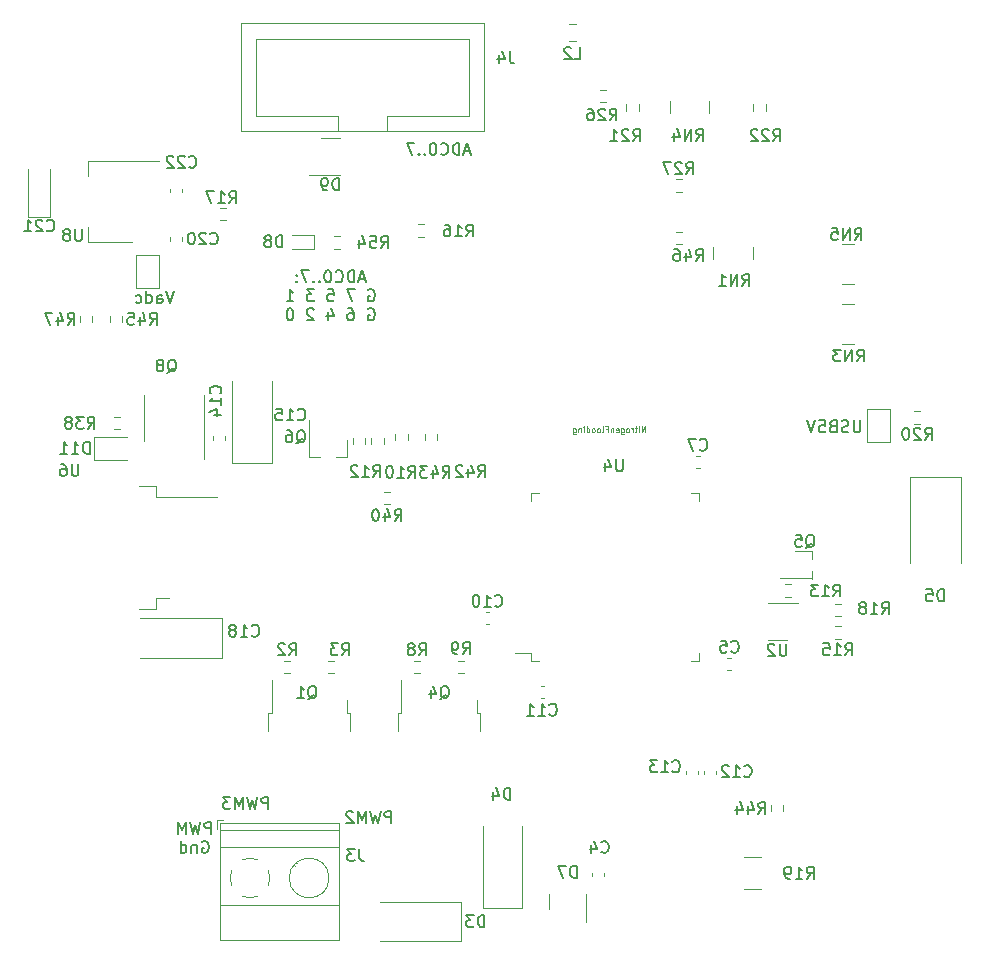
<source format=gbr>
%TF.GenerationSoftware,KiCad,Pcbnew,6.0.10*%
%TF.CreationDate,2023-01-12T17:29:40+03:00*%
%TF.ProjectId,nitrogen,6e697472-6f67-4656-9e2e-6b696361645f,rev?*%
%TF.SameCoordinates,Original*%
%TF.FileFunction,Legend,Bot*%
%TF.FilePolarity,Positive*%
%FSLAX46Y46*%
G04 Gerber Fmt 4.6, Leading zero omitted, Abs format (unit mm)*
G04 Created by KiCad (PCBNEW 6.0.10) date 2023-01-12 17:29:40*
%MOMM*%
%LPD*%
G01*
G04 APERTURE LIST*
%ADD10C,0.150000*%
%ADD11C,0.100000*%
%ADD12C,0.120000*%
G04 APERTURE END LIST*
D10*
X115204761Y-115747380D02*
X115204761Y-114747380D01*
X114823809Y-114747380D01*
X114728571Y-114795000D01*
X114680952Y-114842619D01*
X114633333Y-114937857D01*
X114633333Y-115080714D01*
X114680952Y-115175952D01*
X114728571Y-115223571D01*
X114823809Y-115271190D01*
X115204761Y-115271190D01*
X114300000Y-114747380D02*
X114061904Y-115747380D01*
X113871428Y-115033095D01*
X113680952Y-115747380D01*
X113442857Y-114747380D01*
X113061904Y-115747380D02*
X113061904Y-114747380D01*
X112728571Y-115461666D01*
X112395238Y-114747380D01*
X112395238Y-115747380D01*
X114442857Y-116405000D02*
X114538095Y-116357380D01*
X114680952Y-116357380D01*
X114823809Y-116405000D01*
X114919047Y-116500238D01*
X114966666Y-116595476D01*
X115014285Y-116785952D01*
X115014285Y-116928809D01*
X114966666Y-117119285D01*
X114919047Y-117214523D01*
X114823809Y-117309761D01*
X114680952Y-117357380D01*
X114585714Y-117357380D01*
X114442857Y-117309761D01*
X114395238Y-117262142D01*
X114395238Y-116928809D01*
X114585714Y-116928809D01*
X113966666Y-116690714D02*
X113966666Y-117357380D01*
X113966666Y-116785952D02*
X113919047Y-116738333D01*
X113823809Y-116690714D01*
X113680952Y-116690714D01*
X113585714Y-116738333D01*
X113538095Y-116833571D01*
X113538095Y-117357380D01*
X112633333Y-117357380D02*
X112633333Y-116357380D01*
X112633333Y-117309761D02*
X112728571Y-117357380D01*
X112919047Y-117357380D01*
X113014285Y-117309761D01*
X113061904Y-117262142D01*
X113109523Y-117166904D01*
X113109523Y-116881190D01*
X113061904Y-116785952D01*
X113014285Y-116738333D01*
X112919047Y-116690714D01*
X112728571Y-116690714D01*
X112633333Y-116738333D01*
D11*
X151942419Y-81760190D02*
X151942419Y-81260190D01*
X151656704Y-81760190D01*
X151656704Y-81260190D01*
X151418609Y-81760190D02*
X151418609Y-81426857D01*
X151418609Y-81260190D02*
X151442419Y-81284000D01*
X151418609Y-81307809D01*
X151394800Y-81284000D01*
X151418609Y-81260190D01*
X151418609Y-81307809D01*
X151251942Y-81426857D02*
X151061466Y-81426857D01*
X151180514Y-81260190D02*
X151180514Y-81688761D01*
X151156704Y-81736380D01*
X151109085Y-81760190D01*
X151061466Y-81760190D01*
X150894800Y-81760190D02*
X150894800Y-81426857D01*
X150894800Y-81522095D02*
X150870990Y-81474476D01*
X150847180Y-81450666D01*
X150799561Y-81426857D01*
X150751942Y-81426857D01*
X150513847Y-81760190D02*
X150561466Y-81736380D01*
X150585276Y-81712571D01*
X150609085Y-81664952D01*
X150609085Y-81522095D01*
X150585276Y-81474476D01*
X150561466Y-81450666D01*
X150513847Y-81426857D01*
X150442419Y-81426857D01*
X150394800Y-81450666D01*
X150370990Y-81474476D01*
X150347180Y-81522095D01*
X150347180Y-81664952D01*
X150370990Y-81712571D01*
X150394800Y-81736380D01*
X150442419Y-81760190D01*
X150513847Y-81760190D01*
X149918609Y-81426857D02*
X149918609Y-81831619D01*
X149942419Y-81879238D01*
X149966228Y-81903047D01*
X150013847Y-81926857D01*
X150085276Y-81926857D01*
X150132895Y-81903047D01*
X149918609Y-81736380D02*
X149966228Y-81760190D01*
X150061466Y-81760190D01*
X150109085Y-81736380D01*
X150132895Y-81712571D01*
X150156704Y-81664952D01*
X150156704Y-81522095D01*
X150132895Y-81474476D01*
X150109085Y-81450666D01*
X150061466Y-81426857D01*
X149966228Y-81426857D01*
X149918609Y-81450666D01*
X149490038Y-81736380D02*
X149537657Y-81760190D01*
X149632895Y-81760190D01*
X149680514Y-81736380D01*
X149704323Y-81688761D01*
X149704323Y-81498285D01*
X149680514Y-81450666D01*
X149632895Y-81426857D01*
X149537657Y-81426857D01*
X149490038Y-81450666D01*
X149466228Y-81498285D01*
X149466228Y-81545904D01*
X149704323Y-81593523D01*
X149251942Y-81426857D02*
X149251942Y-81760190D01*
X149251942Y-81474476D02*
X149228133Y-81450666D01*
X149180514Y-81426857D01*
X149109085Y-81426857D01*
X149061466Y-81450666D01*
X149037657Y-81498285D01*
X149037657Y-81760190D01*
X148632895Y-81498285D02*
X148799561Y-81498285D01*
X148799561Y-81760190D02*
X148799561Y-81260190D01*
X148561466Y-81260190D01*
X148299561Y-81760190D02*
X148347180Y-81736380D01*
X148370990Y-81688761D01*
X148370990Y-81260190D01*
X148037657Y-81760190D02*
X148085276Y-81736380D01*
X148109085Y-81712571D01*
X148132895Y-81664952D01*
X148132895Y-81522095D01*
X148109085Y-81474476D01*
X148085276Y-81450666D01*
X148037657Y-81426857D01*
X147966228Y-81426857D01*
X147918609Y-81450666D01*
X147894800Y-81474476D01*
X147870990Y-81522095D01*
X147870990Y-81664952D01*
X147894800Y-81712571D01*
X147918609Y-81736380D01*
X147966228Y-81760190D01*
X148037657Y-81760190D01*
X147585276Y-81760190D02*
X147632895Y-81736380D01*
X147656704Y-81712571D01*
X147680514Y-81664952D01*
X147680514Y-81522095D01*
X147656704Y-81474476D01*
X147632895Y-81450666D01*
X147585276Y-81426857D01*
X147513847Y-81426857D01*
X147466228Y-81450666D01*
X147442419Y-81474476D01*
X147418609Y-81522095D01*
X147418609Y-81664952D01*
X147442419Y-81712571D01*
X147466228Y-81736380D01*
X147513847Y-81760190D01*
X147585276Y-81760190D01*
X146990038Y-81760190D02*
X146990038Y-81260190D01*
X146990038Y-81736380D02*
X147037657Y-81760190D01*
X147132895Y-81760190D01*
X147180514Y-81736380D01*
X147204323Y-81712571D01*
X147228133Y-81664952D01*
X147228133Y-81522095D01*
X147204323Y-81474476D01*
X147180514Y-81450666D01*
X147132895Y-81426857D01*
X147037657Y-81426857D01*
X146990038Y-81450666D01*
X146751942Y-81760190D02*
X146751942Y-81426857D01*
X146751942Y-81260190D02*
X146775752Y-81284000D01*
X146751942Y-81307809D01*
X146728133Y-81284000D01*
X146751942Y-81260190D01*
X146751942Y-81307809D01*
X146513847Y-81426857D02*
X146513847Y-81760190D01*
X146513847Y-81474476D02*
X146490038Y-81450666D01*
X146442419Y-81426857D01*
X146370990Y-81426857D01*
X146323371Y-81450666D01*
X146299561Y-81498285D01*
X146299561Y-81760190D01*
X145847180Y-81426857D02*
X145847180Y-81831619D01*
X145870990Y-81879238D01*
X145894800Y-81903047D01*
X145942419Y-81926857D01*
X146013847Y-81926857D01*
X146061466Y-81903047D01*
X145847180Y-81736380D02*
X145894800Y-81760190D01*
X145990038Y-81760190D01*
X146037657Y-81736380D01*
X146061466Y-81712571D01*
X146085276Y-81664952D01*
X146085276Y-81522095D01*
X146061466Y-81474476D01*
X146037657Y-81450666D01*
X145990038Y-81426857D01*
X145894800Y-81426857D01*
X145847180Y-81450666D01*
D10*
X130450952Y-114842380D02*
X130450952Y-113842380D01*
X130070000Y-113842380D01*
X129974761Y-113890000D01*
X129927142Y-113937619D01*
X129879523Y-114032857D01*
X129879523Y-114175714D01*
X129927142Y-114270952D01*
X129974761Y-114318571D01*
X130070000Y-114366190D01*
X130450952Y-114366190D01*
X129546190Y-113842380D02*
X129308095Y-114842380D01*
X129117619Y-114128095D01*
X128927142Y-114842380D01*
X128689047Y-113842380D01*
X128308095Y-114842380D02*
X128308095Y-113842380D01*
X127974761Y-114556666D01*
X127641428Y-113842380D01*
X127641428Y-114842380D01*
X127212857Y-113937619D02*
X127165238Y-113890000D01*
X127070000Y-113842380D01*
X126831904Y-113842380D01*
X126736666Y-113890000D01*
X126689047Y-113937619D01*
X126641428Y-114032857D01*
X126641428Y-114128095D01*
X126689047Y-114270952D01*
X127260476Y-114842380D01*
X126641428Y-114842380D01*
X128228361Y-68762266D02*
X127752171Y-68762266D01*
X128323600Y-69047980D02*
X127990266Y-68047980D01*
X127656933Y-69047980D01*
X127323600Y-69047980D02*
X127323600Y-68047980D01*
X127085504Y-68047980D01*
X126942647Y-68095600D01*
X126847409Y-68190838D01*
X126799790Y-68286076D01*
X126752171Y-68476552D01*
X126752171Y-68619409D01*
X126799790Y-68809885D01*
X126847409Y-68905123D01*
X126942647Y-69000361D01*
X127085504Y-69047980D01*
X127323600Y-69047980D01*
X125752171Y-68952742D02*
X125799790Y-69000361D01*
X125942647Y-69047980D01*
X126037885Y-69047980D01*
X126180742Y-69000361D01*
X126275980Y-68905123D01*
X126323600Y-68809885D01*
X126371219Y-68619409D01*
X126371219Y-68476552D01*
X126323600Y-68286076D01*
X126275980Y-68190838D01*
X126180742Y-68095600D01*
X126037885Y-68047980D01*
X125942647Y-68047980D01*
X125799790Y-68095600D01*
X125752171Y-68143219D01*
X125133123Y-68047980D02*
X125037885Y-68047980D01*
X124942647Y-68095600D01*
X124895028Y-68143219D01*
X124847409Y-68238457D01*
X124799790Y-68428933D01*
X124799790Y-68667028D01*
X124847409Y-68857504D01*
X124895028Y-68952742D01*
X124942647Y-69000361D01*
X125037885Y-69047980D01*
X125133123Y-69047980D01*
X125228361Y-69000361D01*
X125275980Y-68952742D01*
X125323600Y-68857504D01*
X125371219Y-68667028D01*
X125371219Y-68428933D01*
X125323600Y-68238457D01*
X125275980Y-68143219D01*
X125228361Y-68095600D01*
X125133123Y-68047980D01*
X124371219Y-68952742D02*
X124323600Y-69000361D01*
X124371219Y-69047980D01*
X124418838Y-69000361D01*
X124371219Y-68952742D01*
X124371219Y-69047980D01*
X123895028Y-68952742D02*
X123847409Y-69000361D01*
X123895028Y-69047980D01*
X123942647Y-69000361D01*
X123895028Y-68952742D01*
X123895028Y-69047980D01*
X123514076Y-68047980D02*
X122847409Y-68047980D01*
X123275980Y-69047980D01*
X122466457Y-68952742D02*
X122418838Y-69000361D01*
X122466457Y-69047980D01*
X122514076Y-69000361D01*
X122466457Y-68952742D01*
X122466457Y-69047980D01*
X122466457Y-68428933D02*
X122418838Y-68476552D01*
X122466457Y-68524171D01*
X122514076Y-68476552D01*
X122466457Y-68428933D01*
X122466457Y-68524171D01*
X128490266Y-69705600D02*
X128585504Y-69657980D01*
X128728361Y-69657980D01*
X128871219Y-69705600D01*
X128966457Y-69800838D01*
X129014076Y-69896076D01*
X129061695Y-70086552D01*
X129061695Y-70229409D01*
X129014076Y-70419885D01*
X128966457Y-70515123D01*
X128871219Y-70610361D01*
X128728361Y-70657980D01*
X128633123Y-70657980D01*
X128490266Y-70610361D01*
X128442647Y-70562742D01*
X128442647Y-70229409D01*
X128633123Y-70229409D01*
X127347409Y-69657980D02*
X126680742Y-69657980D01*
X127109314Y-70657980D01*
X125061695Y-69657980D02*
X125537885Y-69657980D01*
X125585504Y-70134171D01*
X125537885Y-70086552D01*
X125442647Y-70038933D01*
X125204552Y-70038933D01*
X125109314Y-70086552D01*
X125061695Y-70134171D01*
X125014076Y-70229409D01*
X125014076Y-70467504D01*
X125061695Y-70562742D01*
X125109314Y-70610361D01*
X125204552Y-70657980D01*
X125442647Y-70657980D01*
X125537885Y-70610361D01*
X125585504Y-70562742D01*
X123918838Y-69657980D02*
X123299790Y-69657980D01*
X123633123Y-70038933D01*
X123490266Y-70038933D01*
X123395028Y-70086552D01*
X123347409Y-70134171D01*
X123299790Y-70229409D01*
X123299790Y-70467504D01*
X123347409Y-70562742D01*
X123395028Y-70610361D01*
X123490266Y-70657980D01*
X123775980Y-70657980D01*
X123871219Y-70610361D01*
X123918838Y-70562742D01*
X121585504Y-70657980D02*
X122156933Y-70657980D01*
X121871219Y-70657980D02*
X121871219Y-69657980D01*
X121966457Y-69800838D01*
X122061695Y-69896076D01*
X122156933Y-69943695D01*
X128490266Y-71315600D02*
X128585504Y-71267980D01*
X128728361Y-71267980D01*
X128871219Y-71315600D01*
X128966457Y-71410838D01*
X129014076Y-71506076D01*
X129061695Y-71696552D01*
X129061695Y-71839409D01*
X129014076Y-72029885D01*
X128966457Y-72125123D01*
X128871219Y-72220361D01*
X128728361Y-72267980D01*
X128633123Y-72267980D01*
X128490266Y-72220361D01*
X128442647Y-72172742D01*
X128442647Y-71839409D01*
X128633123Y-71839409D01*
X126823600Y-71267980D02*
X127014076Y-71267980D01*
X127109314Y-71315600D01*
X127156933Y-71363219D01*
X127252171Y-71506076D01*
X127299790Y-71696552D01*
X127299790Y-72077504D01*
X127252171Y-72172742D01*
X127204552Y-72220361D01*
X127109314Y-72267980D01*
X126918838Y-72267980D01*
X126823600Y-72220361D01*
X126775980Y-72172742D01*
X126728361Y-72077504D01*
X126728361Y-71839409D01*
X126775980Y-71744171D01*
X126823600Y-71696552D01*
X126918838Y-71648933D01*
X127109314Y-71648933D01*
X127204552Y-71696552D01*
X127252171Y-71744171D01*
X127299790Y-71839409D01*
X125109314Y-71601314D02*
X125109314Y-72267980D01*
X125347409Y-71220361D02*
X125585504Y-71934647D01*
X124966457Y-71934647D01*
X123871219Y-71363219D02*
X123823600Y-71315600D01*
X123728361Y-71267980D01*
X123490266Y-71267980D01*
X123395028Y-71315600D01*
X123347409Y-71363219D01*
X123299790Y-71458457D01*
X123299790Y-71553695D01*
X123347409Y-71696552D01*
X123918838Y-72267980D01*
X123299790Y-72267980D01*
X121918838Y-71267980D02*
X121823600Y-71267980D01*
X121728361Y-71315600D01*
X121680742Y-71363219D01*
X121633123Y-71458457D01*
X121585504Y-71648933D01*
X121585504Y-71887028D01*
X121633123Y-72077504D01*
X121680742Y-72172742D01*
X121728361Y-72220361D01*
X121823600Y-72267980D01*
X121918838Y-72267980D01*
X122014076Y-72220361D01*
X122061695Y-72172742D01*
X122109314Y-72077504D01*
X122156933Y-71887028D01*
X122156933Y-71648933D01*
X122109314Y-71458457D01*
X122061695Y-71363219D01*
X122014076Y-71315600D01*
X121918838Y-71267980D01*
X120030952Y-113642380D02*
X120030952Y-112642380D01*
X119650000Y-112642380D01*
X119554761Y-112690000D01*
X119507142Y-112737619D01*
X119459523Y-112832857D01*
X119459523Y-112975714D01*
X119507142Y-113070952D01*
X119554761Y-113118571D01*
X119650000Y-113166190D01*
X120030952Y-113166190D01*
X119126190Y-112642380D02*
X118888095Y-113642380D01*
X118697619Y-112928095D01*
X118507142Y-113642380D01*
X118269047Y-112642380D01*
X117888095Y-113642380D02*
X117888095Y-112642380D01*
X117554761Y-113356666D01*
X117221428Y-112642380D01*
X117221428Y-113642380D01*
X116840476Y-112642380D02*
X116221428Y-112642380D01*
X116554761Y-113023333D01*
X116411904Y-113023333D01*
X116316666Y-113070952D01*
X116269047Y-113118571D01*
X116221428Y-113213809D01*
X116221428Y-113451904D01*
X116269047Y-113547142D01*
X116316666Y-113594761D01*
X116411904Y-113642380D01*
X116697619Y-113642380D01*
X116792857Y-113594761D01*
X116840476Y-113547142D01*
X137134266Y-57977066D02*
X136658076Y-57977066D01*
X137229504Y-58262780D02*
X136896171Y-57262780D01*
X136562838Y-58262780D01*
X136229504Y-58262780D02*
X136229504Y-57262780D01*
X135991409Y-57262780D01*
X135848552Y-57310400D01*
X135753314Y-57405638D01*
X135705695Y-57500876D01*
X135658076Y-57691352D01*
X135658076Y-57834209D01*
X135705695Y-58024685D01*
X135753314Y-58119923D01*
X135848552Y-58215161D01*
X135991409Y-58262780D01*
X136229504Y-58262780D01*
X134658076Y-58167542D02*
X134705695Y-58215161D01*
X134848552Y-58262780D01*
X134943790Y-58262780D01*
X135086647Y-58215161D01*
X135181885Y-58119923D01*
X135229504Y-58024685D01*
X135277123Y-57834209D01*
X135277123Y-57691352D01*
X135229504Y-57500876D01*
X135181885Y-57405638D01*
X135086647Y-57310400D01*
X134943790Y-57262780D01*
X134848552Y-57262780D01*
X134705695Y-57310400D01*
X134658076Y-57358019D01*
X134039028Y-57262780D02*
X133943790Y-57262780D01*
X133848552Y-57310400D01*
X133800933Y-57358019D01*
X133753314Y-57453257D01*
X133705695Y-57643733D01*
X133705695Y-57881828D01*
X133753314Y-58072304D01*
X133800933Y-58167542D01*
X133848552Y-58215161D01*
X133943790Y-58262780D01*
X134039028Y-58262780D01*
X134134266Y-58215161D01*
X134181885Y-58167542D01*
X134229504Y-58072304D01*
X134277123Y-57881828D01*
X134277123Y-57643733D01*
X134229504Y-57453257D01*
X134181885Y-57358019D01*
X134134266Y-57310400D01*
X134039028Y-57262780D01*
X133277123Y-58167542D02*
X133229504Y-58215161D01*
X133277123Y-58262780D01*
X133324742Y-58215161D01*
X133277123Y-58167542D01*
X133277123Y-58262780D01*
X132800933Y-58167542D02*
X132753314Y-58215161D01*
X132800933Y-58262780D01*
X132848552Y-58215161D01*
X132800933Y-58167542D01*
X132800933Y-58262780D01*
X132419980Y-57262780D02*
X131753314Y-57262780D01*
X132181885Y-58262780D01*
%TO.C,J3*%
X127733333Y-117052380D02*
X127733333Y-117766666D01*
X127780952Y-117909523D01*
X127876190Y-118004761D01*
X128019047Y-118052380D01*
X128114285Y-118052380D01*
X127352380Y-117052380D02*
X126733333Y-117052380D01*
X127066666Y-117433333D01*
X126923809Y-117433333D01*
X126828571Y-117480952D01*
X126780952Y-117528571D01*
X126733333Y-117623809D01*
X126733333Y-117861904D01*
X126780952Y-117957142D01*
X126828571Y-118004761D01*
X126923809Y-118052380D01*
X127209523Y-118052380D01*
X127304761Y-118004761D01*
X127352380Y-117957142D01*
%TO.C,R13*%
X167876457Y-95651580D02*
X168209790Y-95175390D01*
X168447885Y-95651580D02*
X168447885Y-94651580D01*
X168066933Y-94651580D01*
X167971695Y-94699200D01*
X167924076Y-94746819D01*
X167876457Y-94842057D01*
X167876457Y-94984914D01*
X167924076Y-95080152D01*
X167971695Y-95127771D01*
X168066933Y-95175390D01*
X168447885Y-95175390D01*
X166924076Y-95651580D02*
X167495504Y-95651580D01*
X167209790Y-95651580D02*
X167209790Y-94651580D01*
X167305028Y-94794438D01*
X167400266Y-94889676D01*
X167495504Y-94937295D01*
X166590742Y-94651580D02*
X165971695Y-94651580D01*
X166305028Y-95032533D01*
X166162171Y-95032533D01*
X166066933Y-95080152D01*
X166019314Y-95127771D01*
X165971695Y-95223009D01*
X165971695Y-95461104D01*
X166019314Y-95556342D01*
X166066933Y-95603961D01*
X166162171Y-95651580D01*
X166447885Y-95651580D01*
X166543123Y-95603961D01*
X166590742Y-95556342D01*
%TO.C,J4*%
X140488533Y-49499580D02*
X140488533Y-50213866D01*
X140536152Y-50356723D01*
X140631390Y-50451961D01*
X140774247Y-50499580D01*
X140869485Y-50499580D01*
X139583771Y-49832914D02*
X139583771Y-50499580D01*
X139821866Y-49451961D02*
X140059961Y-50166247D01*
X139440914Y-50166247D01*
%TO.C,Q5*%
X165550838Y-91530419D02*
X165646076Y-91482800D01*
X165741314Y-91387561D01*
X165884171Y-91244704D01*
X165979409Y-91197085D01*
X166074647Y-91197085D01*
X166027028Y-91435180D02*
X166122266Y-91387561D01*
X166217504Y-91292323D01*
X166265123Y-91101847D01*
X166265123Y-90768514D01*
X166217504Y-90578038D01*
X166122266Y-90482800D01*
X166027028Y-90435180D01*
X165836552Y-90435180D01*
X165741314Y-90482800D01*
X165646076Y-90578038D01*
X165598457Y-90768514D01*
X165598457Y-91101847D01*
X165646076Y-91292323D01*
X165741314Y-91387561D01*
X165836552Y-91435180D01*
X166027028Y-91435180D01*
X164693695Y-90435180D02*
X165169885Y-90435180D01*
X165217504Y-90911371D01*
X165169885Y-90863752D01*
X165074647Y-90816133D01*
X164836552Y-90816133D01*
X164741314Y-90863752D01*
X164693695Y-90911371D01*
X164646076Y-91006609D01*
X164646076Y-91244704D01*
X164693695Y-91339942D01*
X164741314Y-91387561D01*
X164836552Y-91435180D01*
X165074647Y-91435180D01*
X165169885Y-91387561D01*
X165217504Y-91339942D01*
%TO.C,R8*%
X132805466Y-100622380D02*
X133138800Y-100146190D01*
X133376895Y-100622380D02*
X133376895Y-99622380D01*
X132995942Y-99622380D01*
X132900704Y-99670000D01*
X132853085Y-99717619D01*
X132805466Y-99812857D01*
X132805466Y-99955714D01*
X132853085Y-100050952D01*
X132900704Y-100098571D01*
X132995942Y-100146190D01*
X133376895Y-100146190D01*
X132234038Y-100050952D02*
X132329276Y-100003333D01*
X132376895Y-99955714D01*
X132424514Y-99860476D01*
X132424514Y-99812857D01*
X132376895Y-99717619D01*
X132329276Y-99670000D01*
X132234038Y-99622380D01*
X132043561Y-99622380D01*
X131948323Y-99670000D01*
X131900704Y-99717619D01*
X131853085Y-99812857D01*
X131853085Y-99860476D01*
X131900704Y-99955714D01*
X131948323Y-100003333D01*
X132043561Y-100050952D01*
X132234038Y-100050952D01*
X132329276Y-100098571D01*
X132376895Y-100146190D01*
X132424514Y-100241428D01*
X132424514Y-100431904D01*
X132376895Y-100527142D01*
X132329276Y-100574761D01*
X132234038Y-100622380D01*
X132043561Y-100622380D01*
X131948323Y-100574761D01*
X131900704Y-100527142D01*
X131853085Y-100431904D01*
X131853085Y-100241428D01*
X131900704Y-100146190D01*
X131948323Y-100098571D01*
X132043561Y-100050952D01*
%TO.C,R54*%
X129573257Y-66136780D02*
X129906590Y-65660590D01*
X130144685Y-66136780D02*
X130144685Y-65136780D01*
X129763733Y-65136780D01*
X129668495Y-65184400D01*
X129620876Y-65232019D01*
X129573257Y-65327257D01*
X129573257Y-65470114D01*
X129620876Y-65565352D01*
X129668495Y-65612971D01*
X129763733Y-65660590D01*
X130144685Y-65660590D01*
X128668495Y-65136780D02*
X129144685Y-65136780D01*
X129192304Y-65612971D01*
X129144685Y-65565352D01*
X129049447Y-65517733D01*
X128811352Y-65517733D01*
X128716114Y-65565352D01*
X128668495Y-65612971D01*
X128620876Y-65708209D01*
X128620876Y-65946304D01*
X128668495Y-66041542D01*
X128716114Y-66089161D01*
X128811352Y-66136780D01*
X129049447Y-66136780D01*
X129144685Y-66089161D01*
X129192304Y-66041542D01*
X127763733Y-65470114D02*
X127763733Y-66136780D01*
X128001828Y-65089161D02*
X128239923Y-65803447D01*
X127620876Y-65803447D01*
%TO.C,R44*%
X161542857Y-114052380D02*
X161876190Y-113576190D01*
X162114285Y-114052380D02*
X162114285Y-113052380D01*
X161733333Y-113052380D01*
X161638095Y-113100000D01*
X161590476Y-113147619D01*
X161542857Y-113242857D01*
X161542857Y-113385714D01*
X161590476Y-113480952D01*
X161638095Y-113528571D01*
X161733333Y-113576190D01*
X162114285Y-113576190D01*
X160685714Y-113385714D02*
X160685714Y-114052380D01*
X160923809Y-113004761D02*
X161161904Y-113719047D01*
X160542857Y-113719047D01*
X159733333Y-113385714D02*
X159733333Y-114052380D01*
X159971428Y-113004761D02*
X160209523Y-113719047D01*
X159590476Y-113719047D01*
%TO.C,C4*%
X148248666Y-117274442D02*
X148296285Y-117322061D01*
X148439142Y-117369680D01*
X148534380Y-117369680D01*
X148677238Y-117322061D01*
X148772476Y-117226823D01*
X148820095Y-117131585D01*
X148867714Y-116941109D01*
X148867714Y-116798252D01*
X148820095Y-116607776D01*
X148772476Y-116512538D01*
X148677238Y-116417300D01*
X148534380Y-116369680D01*
X148439142Y-116369680D01*
X148296285Y-116417300D01*
X148248666Y-116464919D01*
X147391523Y-116703014D02*
X147391523Y-117369680D01*
X147629619Y-116322061D02*
X147867714Y-117036347D01*
X147248666Y-117036347D01*
%TO.C,C7*%
X156579866Y-83204342D02*
X156627485Y-83251961D01*
X156770342Y-83299580D01*
X156865580Y-83299580D01*
X157008438Y-83251961D01*
X157103676Y-83156723D01*
X157151295Y-83061485D01*
X157198914Y-82871009D01*
X157198914Y-82728152D01*
X157151295Y-82537676D01*
X157103676Y-82442438D01*
X157008438Y-82347200D01*
X156865580Y-82299580D01*
X156770342Y-82299580D01*
X156627485Y-82347200D01*
X156579866Y-82394819D01*
X156246533Y-82299580D02*
X155579866Y-82299580D01*
X156008438Y-83299580D01*
%TO.C,R2*%
X121832666Y-100622380D02*
X122166000Y-100146190D01*
X122404095Y-100622380D02*
X122404095Y-99622380D01*
X122023142Y-99622380D01*
X121927904Y-99670000D01*
X121880285Y-99717619D01*
X121832666Y-99812857D01*
X121832666Y-99955714D01*
X121880285Y-100050952D01*
X121927904Y-100098571D01*
X122023142Y-100146190D01*
X122404095Y-100146190D01*
X121451714Y-99717619D02*
X121404095Y-99670000D01*
X121308857Y-99622380D01*
X121070761Y-99622380D01*
X120975523Y-99670000D01*
X120927904Y-99717619D01*
X120880285Y-99812857D01*
X120880285Y-99908095D01*
X120927904Y-100050952D01*
X121499333Y-100622380D01*
X120880285Y-100622380D01*
%TO.C,U4*%
X150061904Y-84052380D02*
X150061904Y-84861904D01*
X150014285Y-84957142D01*
X149966666Y-85004761D01*
X149871428Y-85052380D01*
X149680952Y-85052380D01*
X149585714Y-85004761D01*
X149538095Y-84957142D01*
X149490476Y-84861904D01*
X149490476Y-84052380D01*
X148585714Y-84385714D02*
X148585714Y-85052380D01*
X148823809Y-84004761D02*
X149061904Y-84719047D01*
X148442857Y-84719047D01*
%TO.C,C15*%
X122542857Y-80657142D02*
X122590476Y-80704761D01*
X122733333Y-80752380D01*
X122828571Y-80752380D01*
X122971428Y-80704761D01*
X123066666Y-80609523D01*
X123114285Y-80514285D01*
X123161904Y-80323809D01*
X123161904Y-80180952D01*
X123114285Y-79990476D01*
X123066666Y-79895238D01*
X122971428Y-79800000D01*
X122828571Y-79752380D01*
X122733333Y-79752380D01*
X122590476Y-79800000D01*
X122542857Y-79847619D01*
X121590476Y-80752380D02*
X122161904Y-80752380D01*
X121876190Y-80752380D02*
X121876190Y-79752380D01*
X121971428Y-79895238D01*
X122066666Y-79990476D01*
X122161904Y-80038095D01*
X120685714Y-79752380D02*
X121161904Y-79752380D01*
X121209523Y-80228571D01*
X121161904Y-80180952D01*
X121066666Y-80133333D01*
X120828571Y-80133333D01*
X120733333Y-80180952D01*
X120685714Y-80228571D01*
X120638095Y-80323809D01*
X120638095Y-80561904D01*
X120685714Y-80657142D01*
X120733333Y-80704761D01*
X120828571Y-80752380D01*
X121066666Y-80752380D01*
X121161904Y-80704761D01*
X121209523Y-80657142D01*
%TO.C,R22*%
X162788457Y-57106780D02*
X163121790Y-56630590D01*
X163359885Y-57106780D02*
X163359885Y-56106780D01*
X162978933Y-56106780D01*
X162883695Y-56154400D01*
X162836076Y-56202019D01*
X162788457Y-56297257D01*
X162788457Y-56440114D01*
X162836076Y-56535352D01*
X162883695Y-56582971D01*
X162978933Y-56630590D01*
X163359885Y-56630590D01*
X162407504Y-56202019D02*
X162359885Y-56154400D01*
X162264647Y-56106780D01*
X162026552Y-56106780D01*
X161931314Y-56154400D01*
X161883695Y-56202019D01*
X161836076Y-56297257D01*
X161836076Y-56392495D01*
X161883695Y-56535352D01*
X162455123Y-57106780D01*
X161836076Y-57106780D01*
X161455123Y-56202019D02*
X161407504Y-56154400D01*
X161312266Y-56106780D01*
X161074171Y-56106780D01*
X160978933Y-56154400D01*
X160931314Y-56202019D01*
X160883695Y-56297257D01*
X160883695Y-56392495D01*
X160931314Y-56535352D01*
X161502742Y-57106780D01*
X160883695Y-57106780D01*
%TO.C,R17*%
X116742857Y-62352380D02*
X117076190Y-61876190D01*
X117314285Y-62352380D02*
X117314285Y-61352380D01*
X116933333Y-61352380D01*
X116838095Y-61400000D01*
X116790476Y-61447619D01*
X116742857Y-61542857D01*
X116742857Y-61685714D01*
X116790476Y-61780952D01*
X116838095Y-61828571D01*
X116933333Y-61876190D01*
X117314285Y-61876190D01*
X115790476Y-62352380D02*
X116361904Y-62352380D01*
X116076190Y-62352380D02*
X116076190Y-61352380D01*
X116171428Y-61495238D01*
X116266666Y-61590476D01*
X116361904Y-61638095D01*
X115457142Y-61352380D02*
X114790476Y-61352380D01*
X115219047Y-62352380D01*
%TO.C,C22*%
X113342857Y-59257142D02*
X113390476Y-59304761D01*
X113533333Y-59352380D01*
X113628571Y-59352380D01*
X113771428Y-59304761D01*
X113866666Y-59209523D01*
X113914285Y-59114285D01*
X113961904Y-58923809D01*
X113961904Y-58780952D01*
X113914285Y-58590476D01*
X113866666Y-58495238D01*
X113771428Y-58400000D01*
X113628571Y-58352380D01*
X113533333Y-58352380D01*
X113390476Y-58400000D01*
X113342857Y-58447619D01*
X112961904Y-58447619D02*
X112914285Y-58400000D01*
X112819047Y-58352380D01*
X112580952Y-58352380D01*
X112485714Y-58400000D01*
X112438095Y-58447619D01*
X112390476Y-58542857D01*
X112390476Y-58638095D01*
X112438095Y-58780952D01*
X113009523Y-59352380D01*
X112390476Y-59352380D01*
X112009523Y-58447619D02*
X111961904Y-58400000D01*
X111866666Y-58352380D01*
X111628571Y-58352380D01*
X111533333Y-58400000D01*
X111485714Y-58447619D01*
X111438095Y-58542857D01*
X111438095Y-58638095D01*
X111485714Y-58780952D01*
X112057142Y-59352380D01*
X111438095Y-59352380D01*
%TO.C,R38*%
X104742857Y-81452380D02*
X105076190Y-80976190D01*
X105314285Y-81452380D02*
X105314285Y-80452380D01*
X104933333Y-80452380D01*
X104838095Y-80500000D01*
X104790476Y-80547619D01*
X104742857Y-80642857D01*
X104742857Y-80785714D01*
X104790476Y-80880952D01*
X104838095Y-80928571D01*
X104933333Y-80976190D01*
X105314285Y-80976190D01*
X104409523Y-80452380D02*
X103790476Y-80452380D01*
X104123809Y-80833333D01*
X103980952Y-80833333D01*
X103885714Y-80880952D01*
X103838095Y-80928571D01*
X103790476Y-81023809D01*
X103790476Y-81261904D01*
X103838095Y-81357142D01*
X103885714Y-81404761D01*
X103980952Y-81452380D01*
X104266666Y-81452380D01*
X104361904Y-81404761D01*
X104409523Y-81357142D01*
X103219047Y-80880952D02*
X103314285Y-80833333D01*
X103361904Y-80785714D01*
X103409523Y-80690476D01*
X103409523Y-80642857D01*
X103361904Y-80547619D01*
X103314285Y-80500000D01*
X103219047Y-80452380D01*
X103028571Y-80452380D01*
X102933333Y-80500000D01*
X102885714Y-80547619D01*
X102838095Y-80642857D01*
X102838095Y-80690476D01*
X102885714Y-80785714D01*
X102933333Y-80833333D01*
X103028571Y-80880952D01*
X103219047Y-80880952D01*
X103314285Y-80928571D01*
X103361904Y-80976190D01*
X103409523Y-81071428D01*
X103409523Y-81261904D01*
X103361904Y-81357142D01*
X103314285Y-81404761D01*
X103219047Y-81452380D01*
X103028571Y-81452380D01*
X102933333Y-81404761D01*
X102885714Y-81357142D01*
X102838095Y-81261904D01*
X102838095Y-81071428D01*
X102885714Y-80976190D01*
X102933333Y-80928571D01*
X103028571Y-80880952D01*
%TO.C,R47*%
X103055657Y-72639180D02*
X103388990Y-72162990D01*
X103627085Y-72639180D02*
X103627085Y-71639180D01*
X103246133Y-71639180D01*
X103150895Y-71686800D01*
X103103276Y-71734419D01*
X103055657Y-71829657D01*
X103055657Y-71972514D01*
X103103276Y-72067752D01*
X103150895Y-72115371D01*
X103246133Y-72162990D01*
X103627085Y-72162990D01*
X102198514Y-71972514D02*
X102198514Y-72639180D01*
X102436609Y-71591561D02*
X102674704Y-72305847D01*
X102055657Y-72305847D01*
X101769942Y-71639180D02*
X101103276Y-71639180D01*
X101531847Y-72639180D01*
%TO.C,R26*%
X148942857Y-55352380D02*
X149276190Y-54876190D01*
X149514285Y-55352380D02*
X149514285Y-54352380D01*
X149133333Y-54352380D01*
X149038095Y-54400000D01*
X148990476Y-54447619D01*
X148942857Y-54542857D01*
X148942857Y-54685714D01*
X148990476Y-54780952D01*
X149038095Y-54828571D01*
X149133333Y-54876190D01*
X149514285Y-54876190D01*
X148561904Y-54447619D02*
X148514285Y-54400000D01*
X148419047Y-54352380D01*
X148180952Y-54352380D01*
X148085714Y-54400000D01*
X148038095Y-54447619D01*
X147990476Y-54542857D01*
X147990476Y-54638095D01*
X148038095Y-54780952D01*
X148609523Y-55352380D01*
X147990476Y-55352380D01*
X147133333Y-54352380D02*
X147323809Y-54352380D01*
X147419047Y-54400000D01*
X147466666Y-54447619D01*
X147561904Y-54590476D01*
X147609523Y-54780952D01*
X147609523Y-55161904D01*
X147561904Y-55257142D01*
X147514285Y-55304761D01*
X147419047Y-55352380D01*
X147228571Y-55352380D01*
X147133333Y-55304761D01*
X147085714Y-55257142D01*
X147038095Y-55161904D01*
X147038095Y-54923809D01*
X147085714Y-54828571D01*
X147133333Y-54780952D01*
X147228571Y-54733333D01*
X147419047Y-54733333D01*
X147514285Y-54780952D01*
X147561904Y-54828571D01*
X147609523Y-54923809D01*
%TO.C,RN3*%
X169890476Y-75752380D02*
X170223809Y-75276190D01*
X170461904Y-75752380D02*
X170461904Y-74752380D01*
X170080952Y-74752380D01*
X169985714Y-74800000D01*
X169938095Y-74847619D01*
X169890476Y-74942857D01*
X169890476Y-75085714D01*
X169938095Y-75180952D01*
X169985714Y-75228571D01*
X170080952Y-75276190D01*
X170461904Y-75276190D01*
X169461904Y-75752380D02*
X169461904Y-74752380D01*
X168890476Y-75752380D01*
X168890476Y-74752380D01*
X168509523Y-74752380D02*
X167890476Y-74752380D01*
X168223809Y-75133333D01*
X168080952Y-75133333D01*
X167985714Y-75180952D01*
X167938095Y-75228571D01*
X167890476Y-75323809D01*
X167890476Y-75561904D01*
X167938095Y-75657142D01*
X167985714Y-75704761D01*
X168080952Y-75752380D01*
X168366666Y-75752380D01*
X168461904Y-75704761D01*
X168509523Y-75657142D01*
%TO.C,JP5*%
X112055066Y-69810380D02*
X111721733Y-70810380D01*
X111388400Y-69810380D01*
X110626495Y-70810380D02*
X110626495Y-70286571D01*
X110674114Y-70191333D01*
X110769352Y-70143714D01*
X110959828Y-70143714D01*
X111055066Y-70191333D01*
X110626495Y-70762761D02*
X110721733Y-70810380D01*
X110959828Y-70810380D01*
X111055066Y-70762761D01*
X111102685Y-70667523D01*
X111102685Y-70572285D01*
X111055066Y-70477047D01*
X110959828Y-70429428D01*
X110721733Y-70429428D01*
X110626495Y-70381809D01*
X109721733Y-70810380D02*
X109721733Y-69810380D01*
X109721733Y-70762761D02*
X109816971Y-70810380D01*
X110007447Y-70810380D01*
X110102685Y-70762761D01*
X110150304Y-70715142D01*
X110197923Y-70619904D01*
X110197923Y-70334190D01*
X110150304Y-70238952D01*
X110102685Y-70191333D01*
X110007447Y-70143714D01*
X109816971Y-70143714D01*
X109721733Y-70191333D01*
X108816971Y-70762761D02*
X108912209Y-70810380D01*
X109102685Y-70810380D01*
X109197923Y-70762761D01*
X109245542Y-70715142D01*
X109293161Y-70619904D01*
X109293161Y-70334190D01*
X109245542Y-70238952D01*
X109197923Y-70191333D01*
X109102685Y-70143714D01*
X108912209Y-70143714D01*
X108816971Y-70191333D01*
%TO.C,D8*%
X121237791Y-66085980D02*
X121237791Y-65085980D01*
X120999696Y-65085980D01*
X120856838Y-65133600D01*
X120761600Y-65228838D01*
X120713981Y-65324076D01*
X120666362Y-65514552D01*
X120666362Y-65657409D01*
X120713981Y-65847885D01*
X120761600Y-65943123D01*
X120856838Y-66038361D01*
X120999696Y-66085980D01*
X121237791Y-66085980D01*
X120094934Y-65514552D02*
X120190172Y-65466933D01*
X120237791Y-65419314D01*
X120285410Y-65324076D01*
X120285410Y-65276457D01*
X120237791Y-65181219D01*
X120190172Y-65133600D01*
X120094934Y-65085980D01*
X119904457Y-65085980D01*
X119809219Y-65133600D01*
X119761600Y-65181219D01*
X119713981Y-65276457D01*
X119713981Y-65324076D01*
X119761600Y-65419314D01*
X119809219Y-65466933D01*
X119904457Y-65514552D01*
X120094934Y-65514552D01*
X120190172Y-65562171D01*
X120237791Y-65609790D01*
X120285410Y-65705028D01*
X120285410Y-65895504D01*
X120237791Y-65990742D01*
X120190172Y-66038361D01*
X120094934Y-66085980D01*
X119904457Y-66085980D01*
X119809219Y-66038361D01*
X119761600Y-65990742D01*
X119713981Y-65895504D01*
X119713981Y-65705028D01*
X119761600Y-65609790D01*
X119809219Y-65562171D01*
X119904457Y-65514552D01*
%TO.C,R3*%
X126266666Y-100629980D02*
X126600000Y-100153790D01*
X126838095Y-100629980D02*
X126838095Y-99629980D01*
X126457142Y-99629980D01*
X126361904Y-99677600D01*
X126314285Y-99725219D01*
X126266666Y-99820457D01*
X126266666Y-99963314D01*
X126314285Y-100058552D01*
X126361904Y-100106171D01*
X126457142Y-100153790D01*
X126838095Y-100153790D01*
X125933333Y-99629980D02*
X125314285Y-99629980D01*
X125647619Y-100010933D01*
X125504761Y-100010933D01*
X125409523Y-100058552D01*
X125361904Y-100106171D01*
X125314285Y-100201409D01*
X125314285Y-100439504D01*
X125361904Y-100534742D01*
X125409523Y-100582361D01*
X125504761Y-100629980D01*
X125790476Y-100629980D01*
X125885714Y-100582361D01*
X125933333Y-100534742D01*
%TO.C,R46*%
X156243257Y-67254380D02*
X156576590Y-66778190D01*
X156814685Y-67254380D02*
X156814685Y-66254380D01*
X156433733Y-66254380D01*
X156338495Y-66302000D01*
X156290876Y-66349619D01*
X156243257Y-66444857D01*
X156243257Y-66587714D01*
X156290876Y-66682952D01*
X156338495Y-66730571D01*
X156433733Y-66778190D01*
X156814685Y-66778190D01*
X155386114Y-66587714D02*
X155386114Y-67254380D01*
X155624209Y-66206761D02*
X155862304Y-66921047D01*
X155243257Y-66921047D01*
X154433733Y-66254380D02*
X154624209Y-66254380D01*
X154719447Y-66302000D01*
X154767066Y-66349619D01*
X154862304Y-66492476D01*
X154909923Y-66682952D01*
X154909923Y-67063904D01*
X154862304Y-67159142D01*
X154814685Y-67206761D01*
X154719447Y-67254380D01*
X154528971Y-67254380D01*
X154433733Y-67206761D01*
X154386114Y-67159142D01*
X154338495Y-67063904D01*
X154338495Y-66825809D01*
X154386114Y-66730571D01*
X154433733Y-66682952D01*
X154528971Y-66635333D01*
X154719447Y-66635333D01*
X154814685Y-66682952D01*
X154862304Y-66730571D01*
X154909923Y-66825809D01*
%TO.C,U8*%
X104261904Y-64552380D02*
X104261904Y-65361904D01*
X104214285Y-65457142D01*
X104166666Y-65504761D01*
X104071428Y-65552380D01*
X103880952Y-65552380D01*
X103785714Y-65504761D01*
X103738095Y-65457142D01*
X103690476Y-65361904D01*
X103690476Y-64552380D01*
X103071428Y-64980952D02*
X103166666Y-64933333D01*
X103214285Y-64885714D01*
X103261904Y-64790476D01*
X103261904Y-64742857D01*
X103214285Y-64647619D01*
X103166666Y-64600000D01*
X103071428Y-64552380D01*
X102880952Y-64552380D01*
X102785714Y-64600000D01*
X102738095Y-64647619D01*
X102690476Y-64742857D01*
X102690476Y-64790476D01*
X102738095Y-64885714D01*
X102785714Y-64933333D01*
X102880952Y-64980952D01*
X103071428Y-64980952D01*
X103166666Y-65028571D01*
X103214285Y-65076190D01*
X103261904Y-65171428D01*
X103261904Y-65361904D01*
X103214285Y-65457142D01*
X103166666Y-65504761D01*
X103071428Y-65552380D01*
X102880952Y-65552380D01*
X102785714Y-65504761D01*
X102738095Y-65457142D01*
X102690476Y-65361904D01*
X102690476Y-65171428D01*
X102738095Y-65076190D01*
X102785714Y-65028571D01*
X102880952Y-64980952D01*
%TO.C,Q6*%
X122421638Y-82691219D02*
X122516876Y-82643600D01*
X122612114Y-82548361D01*
X122754971Y-82405504D01*
X122850209Y-82357885D01*
X122945447Y-82357885D01*
X122897828Y-82595980D02*
X122993066Y-82548361D01*
X123088304Y-82453123D01*
X123135923Y-82262647D01*
X123135923Y-81929314D01*
X123088304Y-81738838D01*
X122993066Y-81643600D01*
X122897828Y-81595980D01*
X122707352Y-81595980D01*
X122612114Y-81643600D01*
X122516876Y-81738838D01*
X122469257Y-81929314D01*
X122469257Y-82262647D01*
X122516876Y-82453123D01*
X122612114Y-82548361D01*
X122707352Y-82595980D01*
X122897828Y-82595980D01*
X121612114Y-81595980D02*
X121802590Y-81595980D01*
X121897828Y-81643600D01*
X121945447Y-81691219D01*
X122040685Y-81834076D01*
X122088304Y-82024552D01*
X122088304Y-82405504D01*
X122040685Y-82500742D01*
X121993066Y-82548361D01*
X121897828Y-82595980D01*
X121707352Y-82595980D01*
X121612114Y-82548361D01*
X121564495Y-82500742D01*
X121516876Y-82405504D01*
X121516876Y-82167409D01*
X121564495Y-82072171D01*
X121612114Y-82024552D01*
X121707352Y-81976933D01*
X121897828Y-81976933D01*
X121993066Y-82024552D01*
X122040685Y-82072171D01*
X122088304Y-82167409D01*
%TO.C,R18*%
X171991257Y-97124780D02*
X172324590Y-96648590D01*
X172562685Y-97124780D02*
X172562685Y-96124780D01*
X172181733Y-96124780D01*
X172086495Y-96172400D01*
X172038876Y-96220019D01*
X171991257Y-96315257D01*
X171991257Y-96458114D01*
X172038876Y-96553352D01*
X172086495Y-96600971D01*
X172181733Y-96648590D01*
X172562685Y-96648590D01*
X171038876Y-97124780D02*
X171610304Y-97124780D01*
X171324590Y-97124780D02*
X171324590Y-96124780D01*
X171419828Y-96267638D01*
X171515066Y-96362876D01*
X171610304Y-96410495D01*
X170467447Y-96553352D02*
X170562685Y-96505733D01*
X170610304Y-96458114D01*
X170657923Y-96362876D01*
X170657923Y-96315257D01*
X170610304Y-96220019D01*
X170562685Y-96172400D01*
X170467447Y-96124780D01*
X170276971Y-96124780D01*
X170181733Y-96172400D01*
X170134114Y-96220019D01*
X170086495Y-96315257D01*
X170086495Y-96362876D01*
X170134114Y-96458114D01*
X170181733Y-96505733D01*
X170276971Y-96553352D01*
X170467447Y-96553352D01*
X170562685Y-96600971D01*
X170610304Y-96648590D01*
X170657923Y-96743828D01*
X170657923Y-96934304D01*
X170610304Y-97029542D01*
X170562685Y-97077161D01*
X170467447Y-97124780D01*
X170276971Y-97124780D01*
X170181733Y-97077161D01*
X170134114Y-97029542D01*
X170086495Y-96934304D01*
X170086495Y-96743828D01*
X170134114Y-96648590D01*
X170181733Y-96600971D01*
X170276971Y-96553352D01*
%TO.C,RN5*%
X169690476Y-65452380D02*
X170023809Y-64976190D01*
X170261904Y-65452380D02*
X170261904Y-64452380D01*
X169880952Y-64452380D01*
X169785714Y-64500000D01*
X169738095Y-64547619D01*
X169690476Y-64642857D01*
X169690476Y-64785714D01*
X169738095Y-64880952D01*
X169785714Y-64928571D01*
X169880952Y-64976190D01*
X170261904Y-64976190D01*
X169261904Y-65452380D02*
X169261904Y-64452380D01*
X168690476Y-65452380D01*
X168690476Y-64452380D01*
X167738095Y-64452380D02*
X168214285Y-64452380D01*
X168261904Y-64928571D01*
X168214285Y-64880952D01*
X168119047Y-64833333D01*
X167880952Y-64833333D01*
X167785714Y-64880952D01*
X167738095Y-64928571D01*
X167690476Y-65023809D01*
X167690476Y-65261904D01*
X167738095Y-65357142D01*
X167785714Y-65404761D01*
X167880952Y-65452380D01*
X168119047Y-65452380D01*
X168214285Y-65404761D01*
X168261904Y-65357142D01*
%TO.C,JP2*%
X170166666Y-80752380D02*
X170166666Y-81561904D01*
X170119047Y-81657142D01*
X170071428Y-81704761D01*
X169976190Y-81752380D01*
X169785714Y-81752380D01*
X169690476Y-81704761D01*
X169642857Y-81657142D01*
X169595238Y-81561904D01*
X169595238Y-80752380D01*
X169166666Y-81704761D02*
X169023809Y-81752380D01*
X168785714Y-81752380D01*
X168690476Y-81704761D01*
X168642857Y-81657142D01*
X168595238Y-81561904D01*
X168595238Y-81466666D01*
X168642857Y-81371428D01*
X168690476Y-81323809D01*
X168785714Y-81276190D01*
X168976190Y-81228571D01*
X169071428Y-81180952D01*
X169119047Y-81133333D01*
X169166666Y-81038095D01*
X169166666Y-80942857D01*
X169119047Y-80847619D01*
X169071428Y-80800000D01*
X168976190Y-80752380D01*
X168738095Y-80752380D01*
X168595238Y-80800000D01*
X167833333Y-81228571D02*
X167690476Y-81276190D01*
X167642857Y-81323809D01*
X167595238Y-81419047D01*
X167595238Y-81561904D01*
X167642857Y-81657142D01*
X167690476Y-81704761D01*
X167785714Y-81752380D01*
X168166666Y-81752380D01*
X168166666Y-80752380D01*
X167833333Y-80752380D01*
X167738095Y-80800000D01*
X167690476Y-80847619D01*
X167642857Y-80942857D01*
X167642857Y-81038095D01*
X167690476Y-81133333D01*
X167738095Y-81180952D01*
X167833333Y-81228571D01*
X168166666Y-81228571D01*
X166690476Y-80752380D02*
X167166666Y-80752380D01*
X167214285Y-81228571D01*
X167166666Y-81180952D01*
X167071428Y-81133333D01*
X166833333Y-81133333D01*
X166738095Y-81180952D01*
X166690476Y-81228571D01*
X166642857Y-81323809D01*
X166642857Y-81561904D01*
X166690476Y-81657142D01*
X166738095Y-81704761D01*
X166833333Y-81752380D01*
X167071428Y-81752380D01*
X167166666Y-81704761D01*
X167214285Y-81657142D01*
X166357142Y-80752380D02*
X166023809Y-81752380D01*
X165690476Y-80752380D01*
%TO.C,D7*%
X146138095Y-119452380D02*
X146138095Y-118452380D01*
X145900000Y-118452380D01*
X145757142Y-118500000D01*
X145661904Y-118595238D01*
X145614285Y-118690476D01*
X145566666Y-118880952D01*
X145566666Y-119023809D01*
X145614285Y-119214285D01*
X145661904Y-119309523D01*
X145757142Y-119404761D01*
X145900000Y-119452380D01*
X146138095Y-119452380D01*
X145233333Y-118452380D02*
X144566666Y-118452380D01*
X144995238Y-119452380D01*
%TO.C,R9*%
X136513866Y-100528380D02*
X136847200Y-100052190D01*
X137085295Y-100528380D02*
X137085295Y-99528380D01*
X136704342Y-99528380D01*
X136609104Y-99576000D01*
X136561485Y-99623619D01*
X136513866Y-99718857D01*
X136513866Y-99861714D01*
X136561485Y-99956952D01*
X136609104Y-100004571D01*
X136704342Y-100052190D01*
X137085295Y-100052190D01*
X136037676Y-100528380D02*
X135847200Y-100528380D01*
X135751961Y-100480761D01*
X135704342Y-100433142D01*
X135609104Y-100290285D01*
X135561485Y-100099809D01*
X135561485Y-99718857D01*
X135609104Y-99623619D01*
X135656723Y-99576000D01*
X135751961Y-99528380D01*
X135942438Y-99528380D01*
X136037676Y-99576000D01*
X136085295Y-99623619D01*
X136132914Y-99718857D01*
X136132914Y-99956952D01*
X136085295Y-100052190D01*
X136037676Y-100099809D01*
X135942438Y-100147428D01*
X135751961Y-100147428D01*
X135656723Y-100099809D01*
X135609104Y-100052190D01*
X135561485Y-99956952D01*
%TO.C,RN1*%
X160190476Y-69352380D02*
X160523809Y-68876190D01*
X160761904Y-69352380D02*
X160761904Y-68352380D01*
X160380952Y-68352380D01*
X160285714Y-68400000D01*
X160238095Y-68447619D01*
X160190476Y-68542857D01*
X160190476Y-68685714D01*
X160238095Y-68780952D01*
X160285714Y-68828571D01*
X160380952Y-68876190D01*
X160761904Y-68876190D01*
X159761904Y-69352380D02*
X159761904Y-68352380D01*
X159190476Y-69352380D01*
X159190476Y-68352380D01*
X158190476Y-69352380D02*
X158761904Y-69352380D01*
X158476190Y-69352380D02*
X158476190Y-68352380D01*
X158571428Y-68495238D01*
X158666666Y-68590476D01*
X158761904Y-68638095D01*
%TO.C,C10*%
X139242857Y-96427142D02*
X139290476Y-96474761D01*
X139433333Y-96522380D01*
X139528571Y-96522380D01*
X139671428Y-96474761D01*
X139766666Y-96379523D01*
X139814285Y-96284285D01*
X139861904Y-96093809D01*
X139861904Y-95950952D01*
X139814285Y-95760476D01*
X139766666Y-95665238D01*
X139671428Y-95570000D01*
X139528571Y-95522380D01*
X139433333Y-95522380D01*
X139290476Y-95570000D01*
X139242857Y-95617619D01*
X138290476Y-96522380D02*
X138861904Y-96522380D01*
X138576190Y-96522380D02*
X138576190Y-95522380D01*
X138671428Y-95665238D01*
X138766666Y-95760476D01*
X138861904Y-95808095D01*
X137671428Y-95522380D02*
X137576190Y-95522380D01*
X137480952Y-95570000D01*
X137433333Y-95617619D01*
X137385714Y-95712857D01*
X137338095Y-95903333D01*
X137338095Y-96141428D01*
X137385714Y-96331904D01*
X137433333Y-96427142D01*
X137480952Y-96474761D01*
X137576190Y-96522380D01*
X137671428Y-96522380D01*
X137766666Y-96474761D01*
X137814285Y-96427142D01*
X137861904Y-96331904D01*
X137909523Y-96141428D01*
X137909523Y-95903333D01*
X137861904Y-95712857D01*
X137814285Y-95617619D01*
X137766666Y-95570000D01*
X137671428Y-95522380D01*
%TO.C,Q8*%
X111499638Y-76696819D02*
X111594876Y-76649200D01*
X111690114Y-76553961D01*
X111832971Y-76411104D01*
X111928209Y-76363485D01*
X112023447Y-76363485D01*
X111975828Y-76601580D02*
X112071066Y-76553961D01*
X112166304Y-76458723D01*
X112213923Y-76268247D01*
X112213923Y-75934914D01*
X112166304Y-75744438D01*
X112071066Y-75649200D01*
X111975828Y-75601580D01*
X111785352Y-75601580D01*
X111690114Y-75649200D01*
X111594876Y-75744438D01*
X111547257Y-75934914D01*
X111547257Y-76268247D01*
X111594876Y-76458723D01*
X111690114Y-76553961D01*
X111785352Y-76601580D01*
X111975828Y-76601580D01*
X110975828Y-76030152D02*
X111071066Y-75982533D01*
X111118685Y-75934914D01*
X111166304Y-75839676D01*
X111166304Y-75792057D01*
X111118685Y-75696819D01*
X111071066Y-75649200D01*
X110975828Y-75601580D01*
X110785352Y-75601580D01*
X110690114Y-75649200D01*
X110642495Y-75696819D01*
X110594876Y-75792057D01*
X110594876Y-75839676D01*
X110642495Y-75934914D01*
X110690114Y-75982533D01*
X110785352Y-76030152D01*
X110975828Y-76030152D01*
X111071066Y-76077771D01*
X111118685Y-76125390D01*
X111166304Y-76220628D01*
X111166304Y-76411104D01*
X111118685Y-76506342D01*
X111071066Y-76553961D01*
X110975828Y-76601580D01*
X110785352Y-76601580D01*
X110690114Y-76553961D01*
X110642495Y-76506342D01*
X110594876Y-76411104D01*
X110594876Y-76220628D01*
X110642495Y-76125390D01*
X110690114Y-76077771D01*
X110785352Y-76030152D01*
%TO.C,C18*%
X118642857Y-98957142D02*
X118690476Y-99004761D01*
X118833333Y-99052380D01*
X118928571Y-99052380D01*
X119071428Y-99004761D01*
X119166666Y-98909523D01*
X119214285Y-98814285D01*
X119261904Y-98623809D01*
X119261904Y-98480952D01*
X119214285Y-98290476D01*
X119166666Y-98195238D01*
X119071428Y-98100000D01*
X118928571Y-98052380D01*
X118833333Y-98052380D01*
X118690476Y-98100000D01*
X118642857Y-98147619D01*
X117690476Y-99052380D02*
X118261904Y-99052380D01*
X117976190Y-99052380D02*
X117976190Y-98052380D01*
X118071428Y-98195238D01*
X118166666Y-98290476D01*
X118261904Y-98338095D01*
X117119047Y-98480952D02*
X117214285Y-98433333D01*
X117261904Y-98385714D01*
X117309523Y-98290476D01*
X117309523Y-98242857D01*
X117261904Y-98147619D01*
X117214285Y-98100000D01*
X117119047Y-98052380D01*
X116928571Y-98052380D01*
X116833333Y-98100000D01*
X116785714Y-98147619D01*
X116738095Y-98242857D01*
X116738095Y-98290476D01*
X116785714Y-98385714D01*
X116833333Y-98433333D01*
X116928571Y-98480952D01*
X117119047Y-98480952D01*
X117214285Y-98528571D01*
X117261904Y-98576190D01*
X117309523Y-98671428D01*
X117309523Y-98861904D01*
X117261904Y-98957142D01*
X117214285Y-99004761D01*
X117119047Y-99052380D01*
X116928571Y-99052380D01*
X116833333Y-99004761D01*
X116785714Y-98957142D01*
X116738095Y-98861904D01*
X116738095Y-98671428D01*
X116785714Y-98576190D01*
X116833333Y-98528571D01*
X116928571Y-98480952D01*
%TO.C,R27*%
X155430457Y-59880780D02*
X155763790Y-59404590D01*
X156001885Y-59880780D02*
X156001885Y-58880780D01*
X155620933Y-58880780D01*
X155525695Y-58928400D01*
X155478076Y-58976019D01*
X155430457Y-59071257D01*
X155430457Y-59214114D01*
X155478076Y-59309352D01*
X155525695Y-59356971D01*
X155620933Y-59404590D01*
X156001885Y-59404590D01*
X155049504Y-58976019D02*
X155001885Y-58928400D01*
X154906647Y-58880780D01*
X154668552Y-58880780D01*
X154573314Y-58928400D01*
X154525695Y-58976019D01*
X154478076Y-59071257D01*
X154478076Y-59166495D01*
X154525695Y-59309352D01*
X155097123Y-59880780D01*
X154478076Y-59880780D01*
X154144742Y-58880780D02*
X153478076Y-58880780D01*
X153906647Y-59880780D01*
%TO.C,R19*%
X165642857Y-119552380D02*
X165976190Y-119076190D01*
X166214285Y-119552380D02*
X166214285Y-118552380D01*
X165833333Y-118552380D01*
X165738095Y-118600000D01*
X165690476Y-118647619D01*
X165642857Y-118742857D01*
X165642857Y-118885714D01*
X165690476Y-118980952D01*
X165738095Y-119028571D01*
X165833333Y-119076190D01*
X166214285Y-119076190D01*
X164690476Y-119552380D02*
X165261904Y-119552380D01*
X164976190Y-119552380D02*
X164976190Y-118552380D01*
X165071428Y-118695238D01*
X165166666Y-118790476D01*
X165261904Y-118838095D01*
X164214285Y-119552380D02*
X164023809Y-119552380D01*
X163928571Y-119504761D01*
X163880952Y-119457142D01*
X163785714Y-119314285D01*
X163738095Y-119123809D01*
X163738095Y-118742857D01*
X163785714Y-118647619D01*
X163833333Y-118600000D01*
X163928571Y-118552380D01*
X164119047Y-118552380D01*
X164214285Y-118600000D01*
X164261904Y-118647619D01*
X164309523Y-118742857D01*
X164309523Y-118980952D01*
X164261904Y-119076190D01*
X164214285Y-119123809D01*
X164119047Y-119171428D01*
X163928571Y-119171428D01*
X163833333Y-119123809D01*
X163785714Y-119076190D01*
X163738095Y-118980952D01*
%TO.C,R43*%
X134805657Y-85593180D02*
X135138990Y-85116990D01*
X135377085Y-85593180D02*
X135377085Y-84593180D01*
X134996133Y-84593180D01*
X134900895Y-84640800D01*
X134853276Y-84688419D01*
X134805657Y-84783657D01*
X134805657Y-84926514D01*
X134853276Y-85021752D01*
X134900895Y-85069371D01*
X134996133Y-85116990D01*
X135377085Y-85116990D01*
X133948514Y-84926514D02*
X133948514Y-85593180D01*
X134186609Y-84545561D02*
X134424704Y-85259847D01*
X133805657Y-85259847D01*
X133519942Y-84593180D02*
X132900895Y-84593180D01*
X133234228Y-84974133D01*
X133091371Y-84974133D01*
X132996133Y-85021752D01*
X132948514Y-85069371D01*
X132900895Y-85164609D01*
X132900895Y-85402704D01*
X132948514Y-85497942D01*
X132996133Y-85545561D01*
X133091371Y-85593180D01*
X133377085Y-85593180D01*
X133472323Y-85545561D01*
X133519942Y-85497942D01*
%TO.C,C13*%
X154262057Y-110440742D02*
X154309676Y-110488361D01*
X154452533Y-110535980D01*
X154547771Y-110535980D01*
X154690628Y-110488361D01*
X154785866Y-110393123D01*
X154833485Y-110297885D01*
X154881104Y-110107409D01*
X154881104Y-109964552D01*
X154833485Y-109774076D01*
X154785866Y-109678838D01*
X154690628Y-109583600D01*
X154547771Y-109535980D01*
X154452533Y-109535980D01*
X154309676Y-109583600D01*
X154262057Y-109631219D01*
X153309676Y-110535980D02*
X153881104Y-110535980D01*
X153595390Y-110535980D02*
X153595390Y-109535980D01*
X153690628Y-109678838D01*
X153785866Y-109774076D01*
X153881104Y-109821695D01*
X152976342Y-109535980D02*
X152357295Y-109535980D01*
X152690628Y-109916933D01*
X152547771Y-109916933D01*
X152452533Y-109964552D01*
X152404914Y-110012171D01*
X152357295Y-110107409D01*
X152357295Y-110345504D01*
X152404914Y-110440742D01*
X152452533Y-110488361D01*
X152547771Y-110535980D01*
X152833485Y-110535980D01*
X152928723Y-110488361D01*
X152976342Y-110440742D01*
%TO.C,U2*%
X163896704Y-99670780D02*
X163896704Y-100480304D01*
X163849085Y-100575542D01*
X163801466Y-100623161D01*
X163706228Y-100670780D01*
X163515752Y-100670780D01*
X163420514Y-100623161D01*
X163372895Y-100575542D01*
X163325276Y-100480304D01*
X163325276Y-99670780D01*
X162896704Y-99766019D02*
X162849085Y-99718400D01*
X162753847Y-99670780D01*
X162515752Y-99670780D01*
X162420514Y-99718400D01*
X162372895Y-99766019D01*
X162325276Y-99861257D01*
X162325276Y-99956495D01*
X162372895Y-100099352D01*
X162944323Y-100670780D01*
X162325276Y-100670780D01*
%TO.C,U6*%
X103961904Y-84452380D02*
X103961904Y-85261904D01*
X103914285Y-85357142D01*
X103866666Y-85404761D01*
X103771428Y-85452380D01*
X103580952Y-85452380D01*
X103485714Y-85404761D01*
X103438095Y-85357142D01*
X103390476Y-85261904D01*
X103390476Y-84452380D01*
X102485714Y-84452380D02*
X102676190Y-84452380D01*
X102771428Y-84500000D01*
X102819047Y-84547619D01*
X102914285Y-84690476D01*
X102961904Y-84880952D01*
X102961904Y-85261904D01*
X102914285Y-85357142D01*
X102866666Y-85404761D01*
X102771428Y-85452380D01*
X102580952Y-85452380D01*
X102485714Y-85404761D01*
X102438095Y-85357142D01*
X102390476Y-85261904D01*
X102390476Y-85023809D01*
X102438095Y-84928571D01*
X102485714Y-84880952D01*
X102580952Y-84833333D01*
X102771428Y-84833333D01*
X102866666Y-84880952D01*
X102914285Y-84928571D01*
X102961904Y-85023809D01*
%TO.C,D3*%
X138338095Y-123652380D02*
X138338095Y-122652380D01*
X138100000Y-122652380D01*
X137957142Y-122700000D01*
X137861904Y-122795238D01*
X137814285Y-122890476D01*
X137766666Y-123080952D01*
X137766666Y-123223809D01*
X137814285Y-123414285D01*
X137861904Y-123509523D01*
X137957142Y-123604761D01*
X138100000Y-123652380D01*
X138338095Y-123652380D01*
X137433333Y-122652380D02*
X136814285Y-122652380D01*
X137147619Y-123033333D01*
X137004761Y-123033333D01*
X136909523Y-123080952D01*
X136861904Y-123128571D01*
X136814285Y-123223809D01*
X136814285Y-123461904D01*
X136861904Y-123557142D01*
X136909523Y-123604761D01*
X137004761Y-123652380D01*
X137290476Y-123652380D01*
X137385714Y-123604761D01*
X137433333Y-123557142D01*
%TO.C,R21*%
X150918857Y-57106780D02*
X151252190Y-56630590D01*
X151490285Y-57106780D02*
X151490285Y-56106780D01*
X151109333Y-56106780D01*
X151014095Y-56154400D01*
X150966476Y-56202019D01*
X150918857Y-56297257D01*
X150918857Y-56440114D01*
X150966476Y-56535352D01*
X151014095Y-56582971D01*
X151109333Y-56630590D01*
X151490285Y-56630590D01*
X150537904Y-56202019D02*
X150490285Y-56154400D01*
X150395047Y-56106780D01*
X150156952Y-56106780D01*
X150061714Y-56154400D01*
X150014095Y-56202019D01*
X149966476Y-56297257D01*
X149966476Y-56392495D01*
X150014095Y-56535352D01*
X150585523Y-57106780D01*
X149966476Y-57106780D01*
X149014095Y-57106780D02*
X149585523Y-57106780D01*
X149299809Y-57106780D02*
X149299809Y-56106780D01*
X149395047Y-56249638D01*
X149490285Y-56344876D01*
X149585523Y-56392495D01*
%TO.C,R10*%
X131910057Y-85593180D02*
X132243390Y-85116990D01*
X132481485Y-85593180D02*
X132481485Y-84593180D01*
X132100533Y-84593180D01*
X132005295Y-84640800D01*
X131957676Y-84688419D01*
X131910057Y-84783657D01*
X131910057Y-84926514D01*
X131957676Y-85021752D01*
X132005295Y-85069371D01*
X132100533Y-85116990D01*
X132481485Y-85116990D01*
X130957676Y-85593180D02*
X131529104Y-85593180D01*
X131243390Y-85593180D02*
X131243390Y-84593180D01*
X131338628Y-84736038D01*
X131433866Y-84831276D01*
X131529104Y-84878895D01*
X130338628Y-84593180D02*
X130243390Y-84593180D01*
X130148152Y-84640800D01*
X130100533Y-84688419D01*
X130052914Y-84783657D01*
X130005295Y-84974133D01*
X130005295Y-85212228D01*
X130052914Y-85402704D01*
X130100533Y-85497942D01*
X130148152Y-85545561D01*
X130243390Y-85593180D01*
X130338628Y-85593180D01*
X130433866Y-85545561D01*
X130481485Y-85497942D01*
X130529104Y-85402704D01*
X130576723Y-85212228D01*
X130576723Y-84974133D01*
X130529104Y-84783657D01*
X130481485Y-84688419D01*
X130433866Y-84640800D01*
X130338628Y-84593180D01*
%TO.C,R42*%
X137802857Y-85542380D02*
X138136190Y-85066190D01*
X138374285Y-85542380D02*
X138374285Y-84542380D01*
X137993333Y-84542380D01*
X137898095Y-84590000D01*
X137850476Y-84637619D01*
X137802857Y-84732857D01*
X137802857Y-84875714D01*
X137850476Y-84970952D01*
X137898095Y-85018571D01*
X137993333Y-85066190D01*
X138374285Y-85066190D01*
X136945714Y-84875714D02*
X136945714Y-85542380D01*
X137183809Y-84494761D02*
X137421904Y-85209047D01*
X136802857Y-85209047D01*
X136469523Y-84637619D02*
X136421904Y-84590000D01*
X136326666Y-84542380D01*
X136088571Y-84542380D01*
X135993333Y-84590000D01*
X135945714Y-84637619D01*
X135898095Y-84732857D01*
X135898095Y-84828095D01*
X135945714Y-84970952D01*
X136517142Y-85542380D01*
X135898095Y-85542380D01*
%TO.C,C20*%
X115142857Y-65757142D02*
X115190476Y-65804761D01*
X115333333Y-65852380D01*
X115428571Y-65852380D01*
X115571428Y-65804761D01*
X115666666Y-65709523D01*
X115714285Y-65614285D01*
X115761904Y-65423809D01*
X115761904Y-65280952D01*
X115714285Y-65090476D01*
X115666666Y-64995238D01*
X115571428Y-64900000D01*
X115428571Y-64852380D01*
X115333333Y-64852380D01*
X115190476Y-64900000D01*
X115142857Y-64947619D01*
X114761904Y-64947619D02*
X114714285Y-64900000D01*
X114619047Y-64852380D01*
X114380952Y-64852380D01*
X114285714Y-64900000D01*
X114238095Y-64947619D01*
X114190476Y-65042857D01*
X114190476Y-65138095D01*
X114238095Y-65280952D01*
X114809523Y-65852380D01*
X114190476Y-65852380D01*
X113571428Y-64852380D02*
X113476190Y-64852380D01*
X113380952Y-64900000D01*
X113333333Y-64947619D01*
X113285714Y-65042857D01*
X113238095Y-65233333D01*
X113238095Y-65471428D01*
X113285714Y-65661904D01*
X113333333Y-65757142D01*
X113380952Y-65804761D01*
X113476190Y-65852380D01*
X113571428Y-65852380D01*
X113666666Y-65804761D01*
X113714285Y-65757142D01*
X113761904Y-65661904D01*
X113809523Y-65471428D01*
X113809523Y-65233333D01*
X113761904Y-65042857D01*
X113714285Y-64947619D01*
X113666666Y-64900000D01*
X113571428Y-64852380D01*
%TO.C,D11*%
X104914285Y-83552380D02*
X104914285Y-82552380D01*
X104676190Y-82552380D01*
X104533333Y-82600000D01*
X104438095Y-82695238D01*
X104390476Y-82790476D01*
X104342857Y-82980952D01*
X104342857Y-83123809D01*
X104390476Y-83314285D01*
X104438095Y-83409523D01*
X104533333Y-83504761D01*
X104676190Y-83552380D01*
X104914285Y-83552380D01*
X103390476Y-83552380D02*
X103961904Y-83552380D01*
X103676190Y-83552380D02*
X103676190Y-82552380D01*
X103771428Y-82695238D01*
X103866666Y-82790476D01*
X103961904Y-82838095D01*
X102438095Y-83552380D02*
X103009523Y-83552380D01*
X102723809Y-83552380D02*
X102723809Y-82552380D01*
X102819047Y-82695238D01*
X102914285Y-82790476D01*
X103009523Y-82838095D01*
%TO.C,L2*%
X145966666Y-50152380D02*
X146442857Y-50152380D01*
X146442857Y-49152380D01*
X145680952Y-49247619D02*
X145633333Y-49200000D01*
X145538095Y-49152380D01*
X145300000Y-49152380D01*
X145204761Y-49200000D01*
X145157142Y-49247619D01*
X145109523Y-49342857D01*
X145109523Y-49438095D01*
X145157142Y-49580952D01*
X145728571Y-50152380D01*
X145109523Y-50152380D01*
%TO.C,R15*%
X168892457Y-100629980D02*
X169225790Y-100153790D01*
X169463885Y-100629980D02*
X169463885Y-99629980D01*
X169082933Y-99629980D01*
X168987695Y-99677600D01*
X168940076Y-99725219D01*
X168892457Y-99820457D01*
X168892457Y-99963314D01*
X168940076Y-100058552D01*
X168987695Y-100106171D01*
X169082933Y-100153790D01*
X169463885Y-100153790D01*
X167940076Y-100629980D02*
X168511504Y-100629980D01*
X168225790Y-100629980D02*
X168225790Y-99629980D01*
X168321028Y-99772838D01*
X168416266Y-99868076D01*
X168511504Y-99915695D01*
X167035314Y-99629980D02*
X167511504Y-99629980D01*
X167559123Y-100106171D01*
X167511504Y-100058552D01*
X167416266Y-100010933D01*
X167178171Y-100010933D01*
X167082933Y-100058552D01*
X167035314Y-100106171D01*
X166987695Y-100201409D01*
X166987695Y-100439504D01*
X167035314Y-100534742D01*
X167082933Y-100582361D01*
X167178171Y-100629980D01*
X167416266Y-100629980D01*
X167511504Y-100582361D01*
X167559123Y-100534742D01*
%TO.C,C21*%
X101292857Y-64657142D02*
X101340476Y-64704761D01*
X101483333Y-64752380D01*
X101578571Y-64752380D01*
X101721428Y-64704761D01*
X101816666Y-64609523D01*
X101864285Y-64514285D01*
X101911904Y-64323809D01*
X101911904Y-64180952D01*
X101864285Y-63990476D01*
X101816666Y-63895238D01*
X101721428Y-63800000D01*
X101578571Y-63752380D01*
X101483333Y-63752380D01*
X101340476Y-63800000D01*
X101292857Y-63847619D01*
X100911904Y-63847619D02*
X100864285Y-63800000D01*
X100769047Y-63752380D01*
X100530952Y-63752380D01*
X100435714Y-63800000D01*
X100388095Y-63847619D01*
X100340476Y-63942857D01*
X100340476Y-64038095D01*
X100388095Y-64180952D01*
X100959523Y-64752380D01*
X100340476Y-64752380D01*
X99388095Y-64752380D02*
X99959523Y-64752380D01*
X99673809Y-64752380D02*
X99673809Y-63752380D01*
X99769047Y-63895238D01*
X99864285Y-63990476D01*
X99959523Y-64038095D01*
%TO.C,Q4*%
X134595238Y-104347619D02*
X134690476Y-104300000D01*
X134785714Y-104204761D01*
X134928571Y-104061904D01*
X135023809Y-104014285D01*
X135119047Y-104014285D01*
X135071428Y-104252380D02*
X135166666Y-104204761D01*
X135261904Y-104109523D01*
X135309523Y-103919047D01*
X135309523Y-103585714D01*
X135261904Y-103395238D01*
X135166666Y-103300000D01*
X135071428Y-103252380D01*
X134880952Y-103252380D01*
X134785714Y-103300000D01*
X134690476Y-103395238D01*
X134642857Y-103585714D01*
X134642857Y-103919047D01*
X134690476Y-104109523D01*
X134785714Y-104204761D01*
X134880952Y-104252380D01*
X135071428Y-104252380D01*
X133785714Y-103585714D02*
X133785714Y-104252380D01*
X134023809Y-103204761D02*
X134261904Y-103919047D01*
X133642857Y-103919047D01*
%TO.C,R45*%
X110015257Y-72639180D02*
X110348590Y-72162990D01*
X110586685Y-72639180D02*
X110586685Y-71639180D01*
X110205733Y-71639180D01*
X110110495Y-71686800D01*
X110062876Y-71734419D01*
X110015257Y-71829657D01*
X110015257Y-71972514D01*
X110062876Y-72067752D01*
X110110495Y-72115371D01*
X110205733Y-72162990D01*
X110586685Y-72162990D01*
X109158114Y-71972514D02*
X109158114Y-72639180D01*
X109396209Y-71591561D02*
X109634304Y-72305847D01*
X109015257Y-72305847D01*
X108158114Y-71639180D02*
X108634304Y-71639180D01*
X108681923Y-72115371D01*
X108634304Y-72067752D01*
X108539066Y-72020133D01*
X108300971Y-72020133D01*
X108205733Y-72067752D01*
X108158114Y-72115371D01*
X108110495Y-72210609D01*
X108110495Y-72448704D01*
X108158114Y-72543942D01*
X108205733Y-72591561D01*
X108300971Y-72639180D01*
X108539066Y-72639180D01*
X108634304Y-72591561D01*
X108681923Y-72543942D01*
%TO.C,Q1*%
X123395238Y-104347619D02*
X123490476Y-104300000D01*
X123585714Y-104204761D01*
X123728571Y-104061904D01*
X123823809Y-104014285D01*
X123919047Y-104014285D01*
X123871428Y-104252380D02*
X123966666Y-104204761D01*
X124061904Y-104109523D01*
X124109523Y-103919047D01*
X124109523Y-103585714D01*
X124061904Y-103395238D01*
X123966666Y-103300000D01*
X123871428Y-103252380D01*
X123680952Y-103252380D01*
X123585714Y-103300000D01*
X123490476Y-103395238D01*
X123442857Y-103585714D01*
X123442857Y-103919047D01*
X123490476Y-104109523D01*
X123585714Y-104204761D01*
X123680952Y-104252380D01*
X123871428Y-104252380D01*
X122490476Y-104252380D02*
X123061904Y-104252380D01*
X122776190Y-104252380D02*
X122776190Y-103252380D01*
X122871428Y-103395238D01*
X122966666Y-103490476D01*
X123061904Y-103538095D01*
%TO.C,R20*%
X175642857Y-82382380D02*
X175976190Y-81906190D01*
X176214285Y-82382380D02*
X176214285Y-81382380D01*
X175833333Y-81382380D01*
X175738095Y-81430000D01*
X175690476Y-81477619D01*
X175642857Y-81572857D01*
X175642857Y-81715714D01*
X175690476Y-81810952D01*
X175738095Y-81858571D01*
X175833333Y-81906190D01*
X176214285Y-81906190D01*
X175261904Y-81477619D02*
X175214285Y-81430000D01*
X175119047Y-81382380D01*
X174880952Y-81382380D01*
X174785714Y-81430000D01*
X174738095Y-81477619D01*
X174690476Y-81572857D01*
X174690476Y-81668095D01*
X174738095Y-81810952D01*
X175309523Y-82382380D01*
X174690476Y-82382380D01*
X174071428Y-81382380D02*
X173976190Y-81382380D01*
X173880952Y-81430000D01*
X173833333Y-81477619D01*
X173785714Y-81572857D01*
X173738095Y-81763333D01*
X173738095Y-82001428D01*
X173785714Y-82191904D01*
X173833333Y-82287142D01*
X173880952Y-82334761D01*
X173976190Y-82382380D01*
X174071428Y-82382380D01*
X174166666Y-82334761D01*
X174214285Y-82287142D01*
X174261904Y-82191904D01*
X174309523Y-82001428D01*
X174309523Y-81763333D01*
X174261904Y-81572857D01*
X174214285Y-81477619D01*
X174166666Y-81430000D01*
X174071428Y-81382380D01*
%TO.C,D4*%
X140538095Y-112852380D02*
X140538095Y-111852380D01*
X140300000Y-111852380D01*
X140157142Y-111900000D01*
X140061904Y-111995238D01*
X140014285Y-112090476D01*
X139966666Y-112280952D01*
X139966666Y-112423809D01*
X140014285Y-112614285D01*
X140061904Y-112709523D01*
X140157142Y-112804761D01*
X140300000Y-112852380D01*
X140538095Y-112852380D01*
X139109523Y-112185714D02*
X139109523Y-112852380D01*
X139347619Y-111804761D02*
X139585714Y-112519047D01*
X138966666Y-112519047D01*
%TO.C,C11*%
X143848057Y-105640142D02*
X143895676Y-105687761D01*
X144038533Y-105735380D01*
X144133771Y-105735380D01*
X144276628Y-105687761D01*
X144371866Y-105592523D01*
X144419485Y-105497285D01*
X144467104Y-105306809D01*
X144467104Y-105163952D01*
X144419485Y-104973476D01*
X144371866Y-104878238D01*
X144276628Y-104783000D01*
X144133771Y-104735380D01*
X144038533Y-104735380D01*
X143895676Y-104783000D01*
X143848057Y-104830619D01*
X142895676Y-105735380D02*
X143467104Y-105735380D01*
X143181390Y-105735380D02*
X143181390Y-104735380D01*
X143276628Y-104878238D01*
X143371866Y-104973476D01*
X143467104Y-105021095D01*
X141943295Y-105735380D02*
X142514723Y-105735380D01*
X142229009Y-105735380D02*
X142229009Y-104735380D01*
X142324247Y-104878238D01*
X142419485Y-104973476D01*
X142514723Y-105021095D01*
%TO.C,C5*%
X159246866Y-100306142D02*
X159294485Y-100353761D01*
X159437342Y-100401380D01*
X159532580Y-100401380D01*
X159675438Y-100353761D01*
X159770676Y-100258523D01*
X159818295Y-100163285D01*
X159865914Y-99972809D01*
X159865914Y-99829952D01*
X159818295Y-99639476D01*
X159770676Y-99544238D01*
X159675438Y-99449000D01*
X159532580Y-99401380D01*
X159437342Y-99401380D01*
X159294485Y-99449000D01*
X159246866Y-99496619D01*
X158342104Y-99401380D02*
X158818295Y-99401380D01*
X158865914Y-99877571D01*
X158818295Y-99829952D01*
X158723057Y-99782333D01*
X158484961Y-99782333D01*
X158389723Y-99829952D01*
X158342104Y-99877571D01*
X158294485Y-99972809D01*
X158294485Y-100210904D01*
X158342104Y-100306142D01*
X158389723Y-100353761D01*
X158484961Y-100401380D01*
X158723057Y-100401380D01*
X158818295Y-100353761D01*
X158865914Y-100306142D01*
%TO.C,R40*%
X130742857Y-89252380D02*
X131076190Y-88776190D01*
X131314285Y-89252380D02*
X131314285Y-88252380D01*
X130933333Y-88252380D01*
X130838095Y-88300000D01*
X130790476Y-88347619D01*
X130742857Y-88442857D01*
X130742857Y-88585714D01*
X130790476Y-88680952D01*
X130838095Y-88728571D01*
X130933333Y-88776190D01*
X131314285Y-88776190D01*
X129885714Y-88585714D02*
X129885714Y-89252380D01*
X130123809Y-88204761D02*
X130361904Y-88919047D01*
X129742857Y-88919047D01*
X129171428Y-88252380D02*
X129076190Y-88252380D01*
X128980952Y-88300000D01*
X128933333Y-88347619D01*
X128885714Y-88442857D01*
X128838095Y-88633333D01*
X128838095Y-88871428D01*
X128885714Y-89061904D01*
X128933333Y-89157142D01*
X128980952Y-89204761D01*
X129076190Y-89252380D01*
X129171428Y-89252380D01*
X129266666Y-89204761D01*
X129314285Y-89157142D01*
X129361904Y-89061904D01*
X129409523Y-88871428D01*
X129409523Y-88633333D01*
X129361904Y-88442857D01*
X129314285Y-88347619D01*
X129266666Y-88300000D01*
X129171428Y-88252380D01*
%TO.C,D9*%
X126038095Y-61252380D02*
X126038095Y-60252380D01*
X125800000Y-60252380D01*
X125657142Y-60300000D01*
X125561904Y-60395238D01*
X125514285Y-60490476D01*
X125466666Y-60680952D01*
X125466666Y-60823809D01*
X125514285Y-61014285D01*
X125561904Y-61109523D01*
X125657142Y-61204761D01*
X125800000Y-61252380D01*
X126038095Y-61252380D01*
X124990476Y-61252380D02*
X124800000Y-61252380D01*
X124704761Y-61204761D01*
X124657142Y-61157142D01*
X124561904Y-61014285D01*
X124514285Y-60823809D01*
X124514285Y-60442857D01*
X124561904Y-60347619D01*
X124609523Y-60300000D01*
X124704761Y-60252380D01*
X124895238Y-60252380D01*
X124990476Y-60300000D01*
X125038095Y-60347619D01*
X125085714Y-60442857D01*
X125085714Y-60680952D01*
X125038095Y-60776190D01*
X124990476Y-60823809D01*
X124895238Y-60871428D01*
X124704761Y-60871428D01*
X124609523Y-60823809D01*
X124561904Y-60776190D01*
X124514285Y-60680952D01*
%TO.C,R12*%
X128912857Y-85542380D02*
X129246190Y-85066190D01*
X129484285Y-85542380D02*
X129484285Y-84542380D01*
X129103333Y-84542380D01*
X129008095Y-84590000D01*
X128960476Y-84637619D01*
X128912857Y-84732857D01*
X128912857Y-84875714D01*
X128960476Y-84970952D01*
X129008095Y-85018571D01*
X129103333Y-85066190D01*
X129484285Y-85066190D01*
X127960476Y-85542380D02*
X128531904Y-85542380D01*
X128246190Y-85542380D02*
X128246190Y-84542380D01*
X128341428Y-84685238D01*
X128436666Y-84780476D01*
X128531904Y-84828095D01*
X127579523Y-84637619D02*
X127531904Y-84590000D01*
X127436666Y-84542380D01*
X127198571Y-84542380D01*
X127103333Y-84590000D01*
X127055714Y-84637619D01*
X127008095Y-84732857D01*
X127008095Y-84828095D01*
X127055714Y-84970952D01*
X127627142Y-85542380D01*
X127008095Y-85542380D01*
%TO.C,RN4*%
X156290476Y-57052380D02*
X156623809Y-56576190D01*
X156861904Y-57052380D02*
X156861904Y-56052380D01*
X156480952Y-56052380D01*
X156385714Y-56100000D01*
X156338095Y-56147619D01*
X156290476Y-56242857D01*
X156290476Y-56385714D01*
X156338095Y-56480952D01*
X156385714Y-56528571D01*
X156480952Y-56576190D01*
X156861904Y-56576190D01*
X155861904Y-57052380D02*
X155861904Y-56052380D01*
X155290476Y-57052380D01*
X155290476Y-56052380D01*
X154385714Y-56385714D02*
X154385714Y-57052380D01*
X154623809Y-56004761D02*
X154861904Y-56719047D01*
X154242857Y-56719047D01*
%TO.C,R16*%
X136786857Y-65171580D02*
X137120190Y-64695390D01*
X137358285Y-65171580D02*
X137358285Y-64171580D01*
X136977333Y-64171580D01*
X136882095Y-64219200D01*
X136834476Y-64266819D01*
X136786857Y-64362057D01*
X136786857Y-64504914D01*
X136834476Y-64600152D01*
X136882095Y-64647771D01*
X136977333Y-64695390D01*
X137358285Y-64695390D01*
X135834476Y-65171580D02*
X136405904Y-65171580D01*
X136120190Y-65171580D02*
X136120190Y-64171580D01*
X136215428Y-64314438D01*
X136310666Y-64409676D01*
X136405904Y-64457295D01*
X134977333Y-64171580D02*
X135167809Y-64171580D01*
X135263047Y-64219200D01*
X135310666Y-64266819D01*
X135405904Y-64409676D01*
X135453523Y-64600152D01*
X135453523Y-64981104D01*
X135405904Y-65076342D01*
X135358285Y-65123961D01*
X135263047Y-65171580D01*
X135072571Y-65171580D01*
X134977333Y-65123961D01*
X134929714Y-65076342D01*
X134882095Y-64981104D01*
X134882095Y-64743009D01*
X134929714Y-64647771D01*
X134977333Y-64600152D01*
X135072571Y-64552533D01*
X135263047Y-64552533D01*
X135358285Y-64600152D01*
X135405904Y-64647771D01*
X135453523Y-64743009D01*
%TO.C,C14*%
X115977942Y-78452742D02*
X116025561Y-78405123D01*
X116073180Y-78262266D01*
X116073180Y-78167028D01*
X116025561Y-78024171D01*
X115930323Y-77928933D01*
X115835085Y-77881314D01*
X115644609Y-77833695D01*
X115501752Y-77833695D01*
X115311276Y-77881314D01*
X115216038Y-77928933D01*
X115120800Y-78024171D01*
X115073180Y-78167028D01*
X115073180Y-78262266D01*
X115120800Y-78405123D01*
X115168419Y-78452742D01*
X116073180Y-79405123D02*
X116073180Y-78833695D01*
X116073180Y-79119409D02*
X115073180Y-79119409D01*
X115216038Y-79024171D01*
X115311276Y-78928933D01*
X115358895Y-78833695D01*
X115406514Y-80262266D02*
X116073180Y-80262266D01*
X115025561Y-80024171D02*
X115739847Y-79786076D01*
X115739847Y-80405123D01*
%TO.C,D5*%
X177238095Y-96052380D02*
X177238095Y-95052380D01*
X177000000Y-95052380D01*
X176857142Y-95100000D01*
X176761904Y-95195238D01*
X176714285Y-95290476D01*
X176666666Y-95480952D01*
X176666666Y-95623809D01*
X176714285Y-95814285D01*
X176761904Y-95909523D01*
X176857142Y-96004761D01*
X177000000Y-96052380D01*
X177238095Y-96052380D01*
X175761904Y-95052380D02*
X176238095Y-95052380D01*
X176285714Y-95528571D01*
X176238095Y-95480952D01*
X176142857Y-95433333D01*
X175904761Y-95433333D01*
X175809523Y-95480952D01*
X175761904Y-95528571D01*
X175714285Y-95623809D01*
X175714285Y-95861904D01*
X175761904Y-95957142D01*
X175809523Y-96004761D01*
X175904761Y-96052380D01*
X176142857Y-96052380D01*
X176238095Y-96004761D01*
X176285714Y-95957142D01*
%TO.C,C12*%
X160342857Y-110857142D02*
X160390476Y-110904761D01*
X160533333Y-110952380D01*
X160628571Y-110952380D01*
X160771428Y-110904761D01*
X160866666Y-110809523D01*
X160914285Y-110714285D01*
X160961904Y-110523809D01*
X160961904Y-110380952D01*
X160914285Y-110190476D01*
X160866666Y-110095238D01*
X160771428Y-110000000D01*
X160628571Y-109952380D01*
X160533333Y-109952380D01*
X160390476Y-110000000D01*
X160342857Y-110047619D01*
X159390476Y-110952380D02*
X159961904Y-110952380D01*
X159676190Y-110952380D02*
X159676190Y-109952380D01*
X159771428Y-110095238D01*
X159866666Y-110190476D01*
X159961904Y-110238095D01*
X159009523Y-110047619D02*
X158961904Y-110000000D01*
X158866666Y-109952380D01*
X158628571Y-109952380D01*
X158533333Y-110000000D01*
X158485714Y-110047619D01*
X158438095Y-110142857D01*
X158438095Y-110238095D01*
X158485714Y-110380952D01*
X159057142Y-110952380D01*
X158438095Y-110952380D01*
D12*
%TO.C,J3*%
X125180000Y-119490000D02*
G75*
G03*
X125180000Y-119490000I-1680000J0D01*
G01*
X116964573Y-118806958D02*
G75*
G03*
X116965000Y-120174000I1535420J-683041D01*
G01*
X117816958Y-121025427D02*
G75*
G03*
X119184000Y-121025000I683041J1535420D01*
G01*
X120035426Y-120173042D02*
G75*
G03*
X120035000Y-118806000I-1535426J683042D01*
G01*
X119183318Y-117955244D02*
G75*
G03*
X118500000Y-117810000I-683318J-1534756D01*
G01*
X118528805Y-117809747D02*
G75*
G03*
X117816000Y-117955000I-28806J-1680254D01*
G01*
X115700000Y-115330000D02*
X115700000Y-114590000D01*
X115940000Y-124751000D02*
X126060000Y-124751000D01*
X124775000Y-120559000D02*
X124728000Y-120513000D01*
X115940000Y-116890000D02*
X126060000Y-116890000D01*
X115940000Y-121791000D02*
X126060000Y-121791000D01*
X124570000Y-120765000D02*
X124535000Y-120729000D01*
X115940000Y-115390000D02*
X126060000Y-115390000D01*
X115940000Y-124751000D02*
X115940000Y-114830000D01*
X115940000Y-114830000D02*
X126060000Y-114830000D01*
X115700000Y-114590000D02*
X116200000Y-114590000D01*
X122466000Y-118251000D02*
X122431000Y-118216000D01*
X126060000Y-124751000D02*
X126060000Y-114830000D01*
X122273000Y-118467000D02*
X122226000Y-118421000D01*
%TO.C,R13*%
X163776576Y-94625900D02*
X164286024Y-94625900D01*
X163776576Y-95670900D02*
X164286024Y-95670900D01*
%TO.C,J4*%
X125980000Y-54940000D02*
X125980000Y-56250000D01*
X138320000Y-47130000D02*
X117740000Y-47130000D01*
X125980000Y-54940000D02*
X125980000Y-54940000D01*
X130080000Y-56250000D02*
X130080000Y-54940000D01*
X137020000Y-48440000D02*
X119040000Y-48440000D01*
X138320000Y-56250000D02*
X138320000Y-47130000D01*
X130080000Y-54940000D02*
X137020000Y-54940000D01*
X119040000Y-48440000D02*
X119040000Y-54940000D01*
X137020000Y-54940000D02*
X137020000Y-48440000D01*
X117740000Y-47130000D02*
X117740000Y-56250000D01*
X117740000Y-56250000D02*
X138320000Y-56250000D01*
X119040000Y-54940000D02*
X125980000Y-54940000D01*
%TO.C,Q5*%
X164679000Y-91804000D02*
X166089000Y-91804000D01*
X166089000Y-94124000D02*
X163354000Y-94124000D01*
X166089000Y-92464000D02*
X166089000Y-91804000D01*
X166089000Y-94134000D02*
X166089000Y-93464000D01*
%TO.C,R8*%
X132893524Y-101077500D02*
X132384076Y-101077500D01*
X132893524Y-102122500D02*
X132384076Y-102122500D01*
%TO.C,R54*%
X125576876Y-66206900D02*
X126086324Y-66206900D01*
X125576876Y-65161900D02*
X126086324Y-65161900D01*
%TO.C,R44*%
X163622500Y-113319676D02*
X163622500Y-113829124D01*
X162577500Y-113319676D02*
X162577500Y-113829124D01*
%TO.C,C4*%
X147470400Y-119031633D02*
X147470400Y-119324167D01*
X148490400Y-119031633D02*
X148490400Y-119324167D01*
%TO.C,C7*%
X156559467Y-83767200D02*
X156266933Y-83767200D01*
X156559467Y-84787200D02*
X156266933Y-84787200D01*
%TO.C,R2*%
X121920724Y-101077500D02*
X121411276Y-101077500D01*
X121920724Y-102122500D02*
X121411276Y-102122500D01*
%TO.C,U4*%
X142990000Y-86890000D02*
X142290000Y-86890000D01*
X155810000Y-86890000D02*
X156510000Y-86890000D01*
X156510000Y-86890000D02*
X156510000Y-87590000D01*
X142290000Y-101110000D02*
X142290000Y-100410000D01*
X142990000Y-101110000D02*
X142290000Y-101110000D01*
X142290000Y-100410000D02*
X140925000Y-100410000D01*
X156510000Y-101110000D02*
X156510000Y-100410000D01*
X155810000Y-101110000D02*
X156510000Y-101110000D01*
X142290000Y-86890000D02*
X142290000Y-87590000D01*
%TO.C,C15*%
X120384000Y-84386000D02*
X116964000Y-84386000D01*
X116964000Y-84386000D02*
X116964000Y-77451000D01*
X120384000Y-77451000D02*
X120384000Y-84386000D01*
%TO.C,R22*%
X162168100Y-54509124D02*
X162168100Y-53999676D01*
X161123100Y-54509124D02*
X161123100Y-53999676D01*
%TO.C,R17*%
X115975676Y-62774300D02*
X116485124Y-62774300D01*
X115975676Y-63819300D02*
X116485124Y-63819300D01*
%TO.C,C22*%
X111740000Y-61446267D02*
X111740000Y-61153733D01*
X112760000Y-61446267D02*
X112760000Y-61153733D01*
%TO.C,R38*%
X107498724Y-81481500D02*
X106989276Y-81481500D01*
X107498724Y-80436500D02*
X106989276Y-80436500D01*
%TO.C,R47*%
X104074700Y-72390724D02*
X104074700Y-71881276D01*
X105119700Y-72390724D02*
X105119700Y-71881276D01*
%TO.C,R26*%
X148654724Y-52777500D02*
X148145276Y-52777500D01*
X148654724Y-53822500D02*
X148145276Y-53822500D01*
%TO.C,RN3*%
X168600000Y-70920000D02*
X169600000Y-70920000D01*
X168600000Y-74280000D02*
X169600000Y-74280000D01*
%TO.C,JP5*%
X110829600Y-69522800D02*
X110829600Y-66722800D01*
X108829600Y-69522800D02*
X110829600Y-69522800D01*
X110829600Y-66722800D02*
X108829600Y-66722800D01*
X108829600Y-66722800D02*
X108829600Y-69522800D01*
%TO.C,D8*%
X123882800Y-65059000D02*
X123882800Y-66259000D01*
X122032800Y-66259000D02*
X123882800Y-66259000D01*
X122032800Y-65059000D02*
X123882800Y-65059000D01*
%TO.C,R3*%
X125068876Y-102122500D02*
X125578324Y-102122500D01*
X125068876Y-101077500D02*
X125578324Y-101077500D01*
%TO.C,R46*%
X154545276Y-64777500D02*
X155054724Y-64777500D01*
X154545276Y-65822500D02*
X155054724Y-65822500D01*
%TO.C,U8*%
X108500000Y-65610000D02*
X104740000Y-65610000D01*
X104740000Y-58790000D02*
X104740000Y-60050000D01*
X110750000Y-58790000D02*
X104740000Y-58790000D01*
X104740000Y-65610000D02*
X104740000Y-64350000D01*
%TO.C,Q6*%
X123520000Y-83860000D02*
X123520000Y-80700000D01*
X126680000Y-83860000D02*
X125750000Y-83860000D01*
X126680000Y-83860000D02*
X126680000Y-82400000D01*
X123520000Y-83860000D02*
X124450000Y-83860000D01*
%TO.C,R18*%
X168504324Y-97296500D02*
X167994876Y-97296500D01*
X168504324Y-96251500D02*
X167994876Y-96251500D01*
%TO.C,RN5*%
X169600000Y-65820000D02*
X168600000Y-65820000D01*
X169600000Y-69180000D02*
X168600000Y-69180000D01*
%TO.C,JP2*%
X170717500Y-79817200D02*
X170717500Y-82617200D01*
X170717500Y-82617200D02*
X172717500Y-82617200D01*
X172717500Y-82617200D02*
X172717500Y-79817200D01*
X172717500Y-79817200D02*
X170717500Y-79817200D01*
%TO.C,D7*%
X143840000Y-121500000D02*
X143840000Y-120850000D01*
X146960000Y-121500000D02*
X146960000Y-120850000D01*
X143840000Y-121500000D02*
X143840000Y-122150000D01*
X146960000Y-121500000D02*
X146960000Y-123175000D01*
%TO.C,R9*%
X136092476Y-101077500D02*
X136601924Y-101077500D01*
X136092476Y-102122500D02*
X136601924Y-102122500D01*
%TO.C,RN1*%
X161080000Y-66100000D02*
X161080000Y-67100000D01*
X157720000Y-66100000D02*
X157720000Y-67100000D01*
%TO.C,C10*%
X138746267Y-96990000D02*
X138453733Y-96990000D01*
X138746267Y-98010000D02*
X138453733Y-98010000D01*
%TO.C,Q8*%
X109510000Y-80578000D02*
X109510000Y-82528000D01*
X114630000Y-80578000D02*
X114630000Y-84028000D01*
X114630000Y-80578000D02*
X114630000Y-78628000D01*
X109510000Y-80578000D02*
X109510000Y-78628000D01*
%TO.C,C18*%
X116085000Y-97440000D02*
X116085000Y-100860000D01*
X109150000Y-97440000D02*
X116085000Y-97440000D01*
X116085000Y-100860000D02*
X109150000Y-100860000D01*
%TO.C,R27*%
X155042324Y-61380900D02*
X154532876Y-61380900D01*
X155042324Y-60335900D02*
X154532876Y-60335900D01*
%TO.C,R19*%
X161773737Y-120455000D02*
X160326263Y-120455000D01*
X161773737Y-117745000D02*
X160326263Y-117745000D01*
%TO.C,R43*%
X131840500Y-82396424D02*
X131840500Y-81886976D01*
X130795500Y-82396424D02*
X130795500Y-81886976D01*
%TO.C,C13*%
X155395200Y-110687067D02*
X155395200Y-110394533D01*
X156415200Y-110687067D02*
X156415200Y-110394533D01*
%TO.C,U2*%
X163118800Y-96179200D02*
X162318800Y-96179200D01*
X163118800Y-96179200D02*
X164918800Y-96179200D01*
X163118800Y-99299200D02*
X162318800Y-99299200D01*
X163118800Y-99299200D02*
X163918800Y-99299200D01*
%TO.C,U6*%
X110575000Y-96700000D02*
X110575000Y-95750000D01*
X109075000Y-96700000D02*
X110575000Y-96700000D01*
X110575000Y-86300000D02*
X110575000Y-87250000D01*
X109075000Y-86300000D02*
X110575000Y-86300000D01*
X110575000Y-95750000D02*
X111675000Y-95750000D01*
X110575000Y-87250000D02*
X115700000Y-87250000D01*
%TO.C,D3*%
X136400000Y-124850000D02*
X129500000Y-124850000D01*
X136400000Y-121550000D02*
X129500000Y-121550000D01*
X136400000Y-121550000D02*
X136400000Y-124850000D01*
%TO.C,R21*%
X150353500Y-54509124D02*
X150353500Y-53999676D01*
X151398500Y-54509124D02*
X151398500Y-53999676D01*
%TO.C,R10*%
X129822500Y-82245276D02*
X129822500Y-82754724D01*
X128777500Y-82245276D02*
X128777500Y-82754724D01*
%TO.C,R42*%
X134329700Y-82398324D02*
X134329700Y-81888876D01*
X133284700Y-82398324D02*
X133284700Y-81888876D01*
%TO.C,C20*%
X112760000Y-65253733D02*
X112760000Y-65546267D01*
X111740000Y-65253733D02*
X111740000Y-65546267D01*
%TO.C,D11*%
X108117000Y-84078000D02*
X105257000Y-84078000D01*
X105257000Y-84078000D02*
X105257000Y-82158000D01*
X105257000Y-82158000D02*
X108117000Y-82158000D01*
%TO.C,L2*%
X146061252Y-47190000D02*
X145538748Y-47190000D01*
X146061252Y-48610000D02*
X145538748Y-48610000D01*
%TO.C,R15*%
X168504324Y-98181900D02*
X167994876Y-98181900D01*
X168504324Y-99226900D02*
X167994876Y-99226900D01*
%TO.C,C21*%
X99715000Y-63522500D02*
X99715000Y-59437500D01*
X101585000Y-59437500D02*
X101585000Y-63522500D01*
X101585000Y-63522500D02*
X99715000Y-63522500D01*
%TO.C,Q4*%
X137680000Y-105530000D02*
X137680000Y-104430000D01*
X131050000Y-107030000D02*
X131050000Y-105530000D01*
X137950000Y-105530000D02*
X137680000Y-105530000D01*
X131050000Y-105530000D02*
X131320000Y-105530000D01*
X137950000Y-107030000D02*
X137950000Y-105530000D01*
X131320000Y-105530000D02*
X131320000Y-102700000D01*
%TO.C,R45*%
X107659700Y-72390724D02*
X107659700Y-71881276D01*
X106614700Y-72390724D02*
X106614700Y-71881276D01*
%TO.C,Q1*%
X120320000Y-105530000D02*
X120320000Y-102700000D01*
X126950000Y-105530000D02*
X126680000Y-105530000D01*
X126950000Y-107030000D02*
X126950000Y-105530000D01*
X120050000Y-105530000D02*
X120320000Y-105530000D01*
X126680000Y-105530000D02*
X126680000Y-104430000D01*
X120050000Y-107030000D02*
X120050000Y-105530000D01*
%TO.C,R20*%
X174745276Y-81022500D02*
X175254724Y-81022500D01*
X174745276Y-79977500D02*
X175254724Y-79977500D01*
%TO.C,D4*%
X141550000Y-122000000D02*
X141550000Y-115100000D01*
X141550000Y-122000000D02*
X138250000Y-122000000D01*
X138250000Y-122000000D02*
X138250000Y-115100000D01*
%TO.C,C11*%
X143109733Y-103249000D02*
X143402267Y-103249000D01*
X143109733Y-104269000D02*
X143402267Y-104269000D01*
%TO.C,C5*%
X158908533Y-101881400D02*
X159201067Y-101881400D01*
X158908533Y-100861400D02*
X159201067Y-100861400D01*
%TO.C,R40*%
X130354724Y-86777500D02*
X129845276Y-86777500D01*
X130354724Y-87822500D02*
X129845276Y-87822500D01*
%TO.C,D9*%
X125300000Y-59960000D02*
X123500000Y-59960000D01*
X125300000Y-56840000D02*
X124500000Y-56840000D01*
X125300000Y-56840000D02*
X126100000Y-56840000D01*
X125300000Y-59960000D02*
X126100000Y-59960000D01*
%TO.C,R12*%
X127177500Y-82754724D02*
X127177500Y-82245276D01*
X128222500Y-82754724D02*
X128222500Y-82245276D01*
%TO.C,RN4*%
X157380000Y-53700000D02*
X157380000Y-54700000D01*
X154020000Y-53700000D02*
X154020000Y-54700000D01*
%TO.C,R16*%
X133251024Y-64145900D02*
X132741576Y-64145900D01*
X133251024Y-65190900D02*
X132741576Y-65190900D01*
%TO.C,C14*%
X116390000Y-82375267D02*
X116390000Y-82082733D01*
X115370000Y-82375267D02*
X115370000Y-82082733D01*
%TO.C,D5*%
X178650000Y-85500000D02*
X178650000Y-92800000D01*
X174350000Y-85500000D02*
X174350000Y-92800000D01*
X174350000Y-85500000D02*
X178650000Y-85500000D01*
%TO.C,C12*%
X156970000Y-110687067D02*
X156970000Y-110394533D01*
X157990000Y-110687067D02*
X157990000Y-110394533D01*
%TD*%
M02*

</source>
